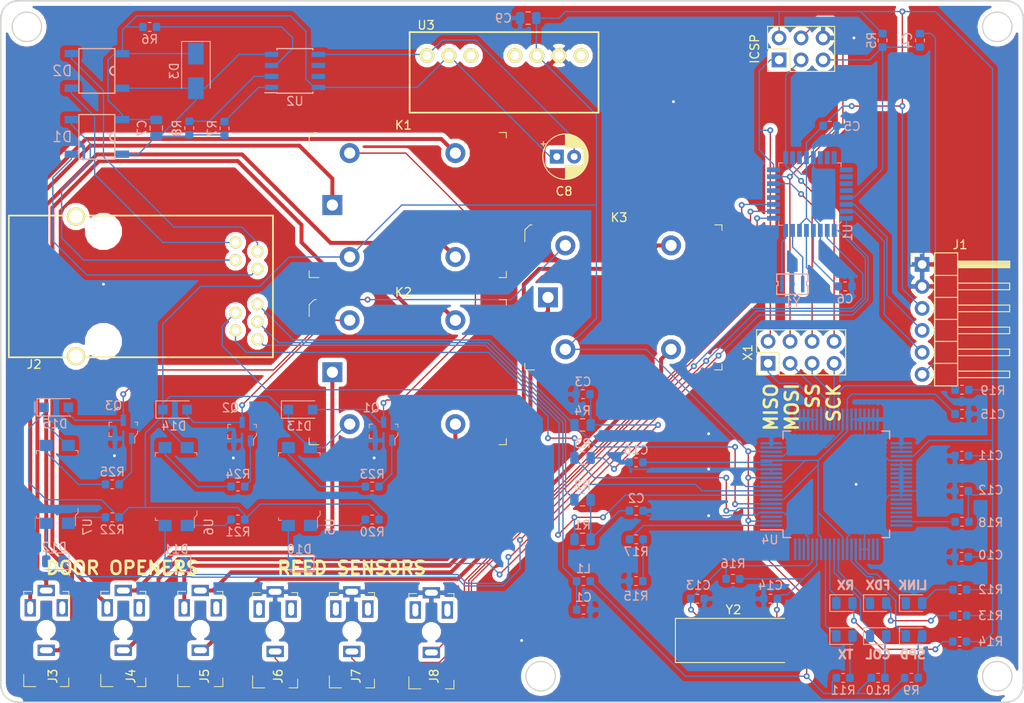
<source format=kicad_pcb>
(kicad_pcb (version 20171130) (host pcbnew "(5.0.2)-1")
  (layers (0 F.Cu signal) (31 B.Cu signal) (34 B.Paste user) (35 F.Paste user) (36 B.SilkS user) (37 F.SilkS user) (38 B.Mask user) (39 F.Mask user) (44 Edge.Cuts user))
  (net 0 "")
  (net 1 GND)
  (net 2 "Net-(J3-Pad4)")
  (net 3 "Net-(J3-Pad3)")
  (net 4 "Net-(J3-Pad2)")
  (net 5 "Net-(J3-Pad1)")
  (net 6 "Net-(J4-Pad1)")
  (net 7 "Net-(J4-Pad2)")
  (net 8 "Net-(J4-Pad3)")
  (net 9 "Net-(J4-Pad4)")
  (net 10 "Net-(J5-Pad1)")
  (net 11 "Net-(J5-Pad2)")
  (net 12 "Net-(J5-Pad3)")
  (net 13 "Net-(J5-Pad4)")
  (net 14 +3V3)
  (net 15 "Net-(D13-Pad2)")
  (net 16 "Net-(Q1-Pad1)")
  (net 17 "Net-(Q2-Pad1)")
  (net 18 "Net-(D14-Pad2)")
  (net 19 "Net-(D15-Pad2)")
  (net 20 "Net-(Q3-Pad1)")
  (net 21 D2RELAY)
  (net 22 D3RELAY)
  (net 23 "Net-(U1-Pad7)")
  (net 24 "Net-(U1-Pad8)")
  (net 25 "Net-(U1-Pad12)")
  (net 26 "Net-(U1-Pad13)")
  (net 27 SS)
  (net 28 MOSI)
  (net 29 MISO)
  (net 30 SCK)
  (net 31 "Net-(U1-Pad19)")
  (net 32 "Net-(U1-Pad22)")
  (net 33 "Net-(U1-Pad23)")
  (net 34 "Net-(U1-Pad24)")
  (net 35 "Net-(U1-Pad25)")
  (net 36 "Net-(U1-Pad26)")
  (net 37 "Net-(U1-Pad27)")
  (net 38 "Net-(U1-Pad28)")
  (net 39 RST)
  (net 40 RXI)
  (net 41 TXO)
  (net 42 D1RELAY)
  (net 43 "Net-(R20-Pad1)")
  (net 44 "Net-(D10-Pad2)")
  (net 45 "Net-(R23-Pad2)")
  (net 46 "Net-(R24-Pad2)")
  (net 47 "Net-(D11-Pad2)")
  (net 48 "Net-(R21-Pad1)")
  (net 49 "Net-(R22-Pad1)")
  (net 50 "Net-(D12-Pad2)")
  (net 51 "Net-(R25-Pad2)")
  (net 52 "Net-(C1-Pad2)")
  (net 53 "Net-(C2-Pad2)")
  (net 54 "Net-(C3-Pad2)")
  (net 55 DTR)
  (net 56 "Net-(C7-Pad1)")
  (net 57 "Net-(C7-Pad2)")
  (net 58 "Net-(C8-Pad2)")
  (net 59 "Net-(C13-Pad1)")
  (net 60 "Net-(C14-Pad1)")
  (net 61 "Net-(C15-Pad1)")
  (net 62 "Net-(D4-Pad2)")
  (net 63 "Net-(D4-Pad1)")
  (net 64 "Net-(D5-Pad1)")
  (net 65 "Net-(D5-Pad2)")
  (net 66 "Net-(D6-Pad2)")
  (net 67 "Net-(D6-Pad1)")
  (net 68 "Net-(D7-Pad1)")
  (net 69 "Net-(D7-Pad2)")
  (net 70 "Net-(D8-Pad2)")
  (net 71 "Net-(D8-Pad1)")
  (net 72 "Net-(D9-Pad1)")
  (net 73 "Net-(D9-Pad2)")
  (net 74 "Net-(J6-Pad1)")
  (net 75 "Net-(J6-Pad2)")
  (net 76 "Net-(J6-Pad3)")
  (net 77 "Net-(J7-Pad3)")
  (net 78 "Net-(J7-Pad2)")
  (net 79 "Net-(J7-Pad1)")
  (net 80 "Net-(J8-Pad1)")
  (net 81 "Net-(J8-Pad2)")
  (net 82 "Net-(J8-Pad3)")
  (net 83 /W5100_Ethernet_Interface/TD+)
  (net 84 /W5100_Ethernet_Interface/TD-)
  (net 85 /W5100_Ethernet_Interface/RD+)
  (net 86 /W5100_Ethernet_Interface/RD-)
  (net 87 "Net-(R6-Pad2)")
  (net 88 "Net-(R7-Pad1)")
  (net 89 "Net-(R8-Pad1)")
  (net 90 "Net-(R15-Pad1)")
  (net 91 "Net-(R17-Pad1)")
  (net 92 "Net-(R18-Pad1)")
  (net 93 "Net-(R19-Pad2)")
  (net 94 "Net-(U4-Pad27)")
  (net 95 "Net-(U4-Pad28)")
  (net 96 "Net-(U4-Pad29)")
  (net 97 "Net-(U4-Pad30)")
  (net 98 "Net-(U2-Pad6)")
  (net 99 "Net-(U2-Pad7)")
  (net 100 "Net-(U4-Pad3)")
  (net 101 "Net-(U4-Pad55)")
  (net 102 "Net-(U4-Pad56)")
  (net 103 "Net-(U4-Pad57)")
  (net 104 "Net-(U4-Pad58)")
  (net 105 "Net-(U4-Pad60)")
  (net 106 "Net-(U4-Pad61)")
  (net 107 "Net-(U4-Pad62)")
  (net 108 "Net-(U4-Pad78)")
  (net 109 "Net-(U4-Pad79)")
  (net 110 "Net-(U4-Pad80)")
  (net 111 /PoE_PD_Interface/VC12)
  (net 112 /PoE_PD_Interface/VC36)
  (net 113 /PoE_PD_Interface/VC45)
  (net 114 /PoE_PD_Interface/VC78)
  (net 115 "Net-(U3-Pad3)")
  (net 116 "Net-(U3-Pad5)")
  (net 117 "Net-(U3-Pad8)")
  (module tyler_components:0813-1X1T-57-F_RJ45-Jack (layer F.Cu) (at 130.842 73.98 90)
    (fp_text reference J2 (at -9 -8 180) (layer F.SilkS))
    (fp_text value 0813-1X1T-57-F)
    (pad "" np_thru_hole circle (at -6.35 0 90) (size 3.25 3.25) (drill 3.25) (layers *.Cu *.Mask F.SilkS))
    (pad "" np_thru_hole circle (at 6.35 0 90) (size 3.25 3.25) (drill 3.25) (layers *.Cu *.Mask F.SilkS))
    (pad "" thru_hole circle (at 8.065 -3.17 90) (size 2.1 2.1) (drill 1.57) (layers *.Cu *.Mask F.SilkS))
    (pad "" thru_hole circle (at -8.065 -3.17 90) (size 2.1 2.1) (drill 1.57) (layers *.Cu *.Mask F.SilkS))
    (pad 1 thru_hole circle (at -5.08 15.24 90) (size 1.4 1.4) (drill 0.89) (layers *.Cu *.Mask F.SilkS) (net 83 /W5100_Ethernet_Interface/TD+))
    (pad 2 thru_hole circle (at -3.05 15.24 90) (size 1.4 1.4) (drill 0.89) (layers *.Cu *.Mask F.SilkS) (net 85 /W5100_Ethernet_Interface/RD+))
    (pad 5 thru_hole circle (at 3.04 15.24 90) (size 1.4 1.4) (drill 0.89) (layers *.Cu *.Mask F.SilkS) (net 111 /PoE_PD_Interface/VC12))
    (pad 6 thru_hole circle (at 5.07 15.24 90) (size 1.4 1.4) (drill 0.89) (layers *.Cu *.Mask F.SilkS) (net 113 /PoE_PD_Interface/VC45))
    (pad 7 thru_hole circle (at -6.1 17.78 90) (size 1.4 1.4) (drill 0.89) (layers *.Cu *.Mask F.SilkS) (net 52 "Net-(C1-Pad2)"))
    (pad 8 thru_hole circle (at -4.07 17.78 90) (size 1.4 1.4) (drill 0.89) (layers *.Cu *.Mask F.SilkS) (net 84 /W5100_Ethernet_Interface/TD-))
    (pad 9 thru_hole circle (at -2.04 17.78 90) (size 1.4 1.4) (drill 0.89) (layers *.Cu *.Mask F.SilkS) (net 86 /W5100_Ethernet_Interface/RD-))
    (pad 10 thru_hole circle (at 2.02 17.78 90) (size 1.4 1.4) (drill 0.89) (layers *.Cu *.Mask F.SilkS) (net 112 /PoE_PD_Interface/VC36))
    (pad 11 thru_hole circle (at 4.05 17.78 90) (size 1.4 1.4) (drill 0.89) (layers *.Cu *.Mask F.SilkS) (net 114 /PoE_PD_Interface/VC78))
  )
  (module digikey-footprints:Relay_THT_G5LE-14 (layer F.Cu) (at 157.258 83.886)
    (fp_text reference K2 (at 8.2 -9.225) (layer F.SilkS))
    (fp_text value G5LE-14_DC3)
    (pad 4 thru_hole circle (at 14.2 -6) (size 2.3 2.3) (drill 1.3) (layers *.Cu *.Mask) (net 8 "Net-(J4-Pad3)"))
    (pad 3 thru_hole circle (at 14.2 6) (size 2.3 2.3) (drill 1.3) (layers *.Cu *.Mask) (net 6 "Net-(J4-Pad1)"))
    (pad 5 thru_hole circle (at 2 -6) (size 2.3 2.3) (drill 1.3) (layers *.Cu *.Mask) (net 18 "Net-(D14-Pad2)"))
    (pad 2 thru_hole circle (at 2 6) (size 2.3 2.3) (drill 1.3) (layers *.Cu *.Mask) (net 14 +3V3))
    (pad 1 thru_hole rect (at 0 0) (size 2.3 2.3) (drill 1.3) (layers *.Cu *.Mask) (net 9 "Net-(J4-Pad4)"))
  )
  (module tyler_components:QFP-80_12x12_Pitch0.5mm_2.5mmpads (layer B.Cu) (at 215.424 96.84)
    (fp_text reference U4 (at -7.674 6.41) (layer B.SilkS) (effects (justify mirror)))
    (fp_text value W5100)
    (pad 1 smd rect (at -7.5 4.75 270) (size 0.28 2.5) (layers B.Cu B.Paste B.Mask) (net 91 "Net-(R17-Pad1)"))
    (pad 2 smd rect (at -7.5 4.25 270) (size 0.28 2.5) (layers B.Cu B.Paste B.Mask) (net 14 +3V3))
    (pad 3 smd rect (at -7.5 3.75 270) (size 0.28 2.5) (layers B.Cu B.Paste B.Mask) (net 100 "Net-(U4-Pad3)"))
    (pad 4 smd rect (at -7.5 3.25 270) (size 0.28 2.5) (layers B.Cu B.Paste B.Mask) (net 1 GND))
    (pad 5 smd rect (at -7.5 2.75 270) (size 0.28 2.5) (layers B.Cu B.Paste B.Mask) (net 85 /W5100_Ethernet_Interface/RD+))
    (pad 6 smd rect (at -7.5 2.25 270) (size 0.28 2.5) (layers B.Cu B.Paste B.Mask) (net 86 /W5100_Ethernet_Interface/RD-))
    (pad 7 smd rect (at -7.5 1.75 270) (size 0.28 2.5) (layers B.Cu B.Paste B.Mask) (net 61 "Net-(C15-Pad1)"))
    (pad 8 smd rect (at -7.5 1.25 270) (size 0.28 2.5) (layers B.Cu B.Paste B.Mask) (net 83 /W5100_Ethernet_Interface/TD+))
    (pad 9 smd rect (at -7.5 0.75 270) (size 0.28 2.5) (layers B.Cu B.Paste B.Mask) (net 84 /W5100_Ethernet_Interface/TD-))
    (pad 10 smd rect (at -7.5 0.25 270) (size 0.28 2.5) (layers B.Cu B.Paste B.Mask) (net 1 GND))
    (pad 11 smd rect (at -7.5 -0.25 270) (size 0.28 2.5) (layers B.Cu B.Paste B.Mask) (net 61 "Net-(C15-Pad1)"))
    (pad 12 smd rect (at -7.5 -0.75 270) (size 0.28 2.5) (layers B.Cu B.Paste B.Mask) (net 14 +3V3))
    (pad 13 smd rect (at -7.5 -1.25 270) (size 0.28 2.5) (layers B.Cu B.Paste B.Mask) (net 1 GND))
    (pad 14 smd rect (at -7.5 -1.75 270) (size 0.28 2.5) (layers B.Cu B.Paste B.Mask) (net 1 GND))
    (pad 15 smd rect (at -7.5 -2.25 270) (size 0.28 2.5) (layers B.Cu B.Paste B.Mask) (net 61 "Net-(C15-Pad1)"))
    (pad 16 smd rect (at -7.5 -2.75 270) (size 0.28 2.5) (layers B.Cu B.Paste B.Mask) (net 61 "Net-(C15-Pad1)"))
    (pad 17 smd rect (at -7.5 -3.25 270) (size 0.28 2.5) (layers B.Cu B.Paste B.Mask) (net 1 GND))
    (pad 18 smd rect (at -7.5 -3.75 270) (size 0.28 2.5) (layers B.Cu B.Paste B.Mask) (net 14 +3V3))
    (pad 19 smd rect (at -7.5 -4.25 270) (size 0.28 2.5) (layers B.Cu B.Paste B.Mask) (net 1 GND))
    (pad 20 smd rect (at -7.5 -4.75 270) (size 0.28 2.5) (layers B.Cu B.Paste B.Mask) (net 1 GND))
    (pad 21 smd rect (at -4.75 -7.5) (size 0.28 2.5) (layers B.Cu B.Paste B.Mask) (net 1 GND))
    (pad 22 smd rect (at -4.25 -7.5) (size 0.28 2.5) (layers B.Cu B.Paste B.Mask) (net 1 GND))
    (pad 23 smd rect (at -3.75 -7.5) (size 0.28 2.5) (layers B.Cu B.Paste B.Mask) (net 1 GND))
    (pad 24 smd rect (at -3.25 -7.5) (size 0.28 2.5) (layers B.Cu B.Paste B.Mask) (net 1 GND))
    (pad 25 smd rect (at -2.75 -7.5) (size 0.28 2.5) (layers B.Cu B.Paste B.Mask) (net 1 GND))
    (pad 26 smd rect (at -2.25 -7.5) (size 0.28 2.5) (layers B.Cu B.Paste B.Mask) (net 1 GND))
    (pad 27 smd rect (at -1.75 -7.5) (size 0.28 2.5) (layers B.Cu B.Paste B.Mask) (net 94 "Net-(U4-Pad27)"))
    (pad 28 smd rect (at -1.25 -7.5) (size 0.28 2.5) (layers B.Cu B.Paste B.Mask) (net 95 "Net-(U4-Pad28)"))
    (pad 29 smd rect (at -0.75 -7.5) (size 0.28 2.5) (layers B.Cu B.Paste B.Mask) (net 96 "Net-(U4-Pad29)"))
    (pad 30 smd rect (at -0.25 -7.5) (size 0.28 2.5) (layers B.Cu B.Paste B.Mask) (net 97 "Net-(U4-Pad30)"))
    (pad 31 smd rect (at 0.25 -7.5) (size 0.28 2.5) (layers B.Cu B.Paste B.Mask) (net 93 "Net-(R19-Pad2)"))
    (pad 32 smd rect (at 0.75 -7.5) (size 0.28 2.5) (layers B.Cu B.Paste B.Mask) (net 1 GND))
    (pad 33 smd rect (at 1.25 -7.5) (size 0.28 2.5) (layers B.Cu B.Paste B.Mask) (net 61 "Net-(C15-Pad1)"))
    (pad 34 smd rect (at 1.75 -7.5) (size 0.28 2.5) (layers B.Cu B.Paste B.Mask) (net 1 GND))
    (pad 35 smd rect (at 2.25 -7.5) (size 0.28 2.5) (layers B.Cu B.Paste B.Mask) (net 1 GND))
    (pad 36 smd rect (at 2.75 -7.5) (size 0.28 2.5) (layers B.Cu B.Paste B.Mask) (net 1 GND))
    (pad 37 smd rect (at 3.25 -7.5) (size 0.28 2.5) (layers B.Cu B.Paste B.Mask) (net 1 GND))
    (pad 38 smd rect (at 3.75 -7.5) (size 0.28 2.5) (layers B.Cu B.Paste B.Mask) (net 1 GND))
    (pad 39 smd rect (at 4.25 -7.5) (size 0.28 2.5) (layers B.Cu B.Paste B.Mask) (net 1 GND))
    (pad 40 smd rect (at 4.75 -7.5) (size 0.28 2.5) (layers B.Cu B.Paste B.Mask) (net 1 GND))
    (pad 41 smd rect (at 7.5 -4.75 270) (size 0.28 2.5) (layers B.Cu B.Paste B.Mask) (net 1 GND))
    (pad 42 smd rect (at 7.5 -4.25 270) (size 0.28 2.5) (layers B.Cu B.Paste B.Mask) (net 1 GND))
    (pad 43 smd rect (at 7.5 -3.75 270) (size 0.28 2.5) (layers B.Cu B.Paste B.Mask) (net 1 GND))
    (pad 44 smd rect (at 7.5 -3.25 270) (size 0.28 2.5) (layers B.Cu B.Paste B.Mask) (net 14 +3V3))
    (pad 45 smd rect (at 7.5 -2.75 270) (size 0.28 2.5) (layers B.Cu B.Paste B.Mask) (net 1 GND))
    (pad 46 smd rect (at 7.5 -2.25 270) (size 0.28 2.5) (layers B.Cu B.Paste B.Mask) (net 1 GND))
    (pad 47 smd rect (at 7.5 -1.75 270) (size 0.28 2.5) (layers B.Cu B.Paste B.Mask) (net 1 GND))
    (pad 48 smd rect (at 7.5 -1.25 270) (size 0.28 2.5) (layers B.Cu B.Paste B.Mask) (net 1 GND))
    (pad 49 smd rect (at 7.5 -0.75 270) (size 0.28 2.5) (layers B.Cu B.Paste B.Mask) (net 1 GND))
    (pad 50 smd rect (at 7.5 -0.25 270) (size 0.28 2.5) (layers B.Cu B.Paste B.Mask) (net 1 GND))
    (pad 51 smd rect (at 7.5 0.25 270) (size 0.28 2.5) (layers B.Cu B.Paste B.Mask) (net 1 GND))
    (pad 52 smd rect (at 7.5 0.75 270) (size 0.28 2.5) (layers B.Cu B.Paste B.Mask) (net 1 GND))
    (pad 53 smd rect (at 7.5 1.25 270) (size 0.28 2.5) (layers B.Cu B.Paste B.Mask) (net 1 GND))
    (pad 54 smd rect (at 7.5 1.75 270) (size 0.28 2.5) (layers B.Cu B.Paste B.Mask) (net 1 GND))
    (pad 55 smd rect (at 7.5 2.25 270) (size 0.28 2.5) (layers B.Cu B.Paste B.Mask) (net 101 "Net-(U4-Pad55)"))
    (pad 56 smd rect (at 7.5 2.75 270) (size 0.28 2.5) (layers B.Cu B.Paste B.Mask) (net 102 "Net-(U4-Pad56)"))
    (pad 57 smd rect (at 7.5 3.25 270) (size 0.28 2.5) (layers B.Cu B.Paste B.Mask) (net 103 "Net-(U4-Pad57)"))
    (pad 58 smd rect (at 7.5 3.75 270) (size 0.28 2.5) (layers B.Cu B.Paste B.Mask) (net 104 "Net-(U4-Pad58)"))
    (pad 59 smd rect (at 7.5 4.25 270) (size 0.28 2.5) (layers B.Cu B.Paste B.Mask) (net 92 "Net-(R18-Pad1)"))
    (pad 60 smd rect (at 7.5 4.75 270) (size 0.28 2.5) (layers B.Cu B.Paste B.Mask) (net 105 "Net-(U4-Pad60)"))
    (pad 61 smd rect (at 4.75 7.5) (size 0.28 2.5) (layers B.Cu B.Paste B.Mask) (net 106 "Net-(U4-Pad61)"))
    (pad 62 smd rect (at 4.25 7.5) (size 0.28 2.5) (layers B.Cu B.Paste B.Mask) (net 107 "Net-(U4-Pad62)"))
    (pad 63 smd rect (at 3.75 7.5) (size 0.28 2.5) (layers B.Cu B.Paste B.Mask) (net 1 GND))
    (pad 64 smd rect (at 3.25 7.5) (size 0.28 2.5) (layers B.Cu B.Paste B.Mask) (net 1 GND))
    (pad 65 smd rect (at 2.75 7.5) (size 0.28 2.5) (layers B.Cu B.Paste B.Mask) (net 1 GND))
    (pad 66 smd rect (at 2.25 7.5) (size 0.28 2.5) (layers B.Cu B.Paste B.Mask) (net 68 "Net-(D7-Pad1)"))
    (pad 67 smd rect (at 1.75 7.5) (size 0.28 2.5) (layers B.Cu B.Paste B.Mask) (net 63 "Net-(D4-Pad1)"))
    (pad 68 smd rect (at 1.25 7.5) (size 0.28 2.5) (layers B.Cu B.Paste B.Mask) (net 1 GND))
    (pad 69 smd rect (at 0.75 7.5) (size 0.28 2.5) (layers B.Cu B.Paste B.Mask) (net 61 "Net-(C15-Pad1)"))
    (pad 70 smd rect (at 0.25 7.5) (size 0.28 2.5) (layers B.Cu B.Paste B.Mask) (net 71 "Net-(D8-Pad1)"))
    (pad 71 smd rect (at -0.25 7.5) (size 0.28 2.5) (layers B.Cu B.Paste B.Mask) (net 64 "Net-(D5-Pad1)"))
    (pad 72 smd rect (at -0.75 7.5) (size 0.28 2.5) (layers B.Cu B.Paste B.Mask) (net 72 "Net-(D9-Pad1)"))
    (pad 73 smd rect (at -1.25 7.5) (size 0.28 2.5) (layers B.Cu B.Paste B.Mask) (net 67 "Net-(D6-Pad1)"))
    (pad 74 smd rect (at -1.75 7.5) (size 0.28 2.5) (layers B.Cu B.Paste B.Mask) (net 61 "Net-(C15-Pad1)"))
    (pad 75 smd rect (at -2.25 7.5) (size 0.28 2.5) (layers B.Cu B.Paste B.Mask) (net 60 "Net-(C14-Pad1)"))
    (pad 76 smd rect (at -2.75 7.5) (size 0.28 2.5) (layers B.Cu B.Paste B.Mask) (net 59 "Net-(C13-Pad1)"))
    (pad 77 smd rect (at -3.25 7.5) (size 0.28 2.5) (layers B.Cu B.Paste B.Mask) (net 1 GND))
    (pad 78 smd rect (at -3.75 7.5) (size 0.28 2.5) (layers B.Cu B.Paste B.Mask) (net 108 "Net-(U4-Pad78)"))
    (pad 79 smd rect (at -4.25 7.5) (size 0.28 2.5) (layers B.Cu B.Paste B.Mask) (net 109 "Net-(U4-Pad79)"))
    (pad 80 smd rect (at -4.75 7.5) (size 0.28 2.5) (layers B.Cu B.Paste B.Mask) (net 110 "Net-(U4-Pad80)"))
  )
  (module Connector_PinHeader_2.54mm:PinHeader_1x06_P2.54mm_Horizontal (layer F.Cu) (at 225.33 71.44)
    (fp_text reference J1 (at 4.385 -2.27) (layer F.SilkS))
    (fp_text value "Serial Interface")
    (pad 1 thru_hole rect (at 0 0) (size 1.7 1.7) (drill 1) (layers *.Cu *.Mask) (net 1 GND))
    (pad 2 thru_hole oval (at 0 2.54) (size 1.7 1.7) (drill 1) (layers *.Cu *.Mask) (net 1 GND))
    (pad 3 thru_hole oval (at 0 5.08) (size 1.7 1.7) (drill 1) (layers *.Cu *.Mask) (net 14 +3V3))
    (pad 4 thru_hole oval (at 0 7.62) (size 1.7 1.7) (drill 1) (layers *.Cu *.Mask) (net 40 RXI))
    (pad 5 thru_hole oval (at 0 10.16) (size 1.7 1.7) (drill 1) (layers *.Cu *.Mask) (net 41 TXO))
    (pad 6 thru_hole oval (at 0 12.7) (size 1.7 1.7) (drill 1) (layers *.Cu *.Mask) (net 55 DTR))
  )
  (module digikey-footprints:Relay_THT_G5LE-14 (layer F.Cu) (at 157.258 64.582)
    (fp_text reference K1 (at 8.2 -9.225) (layer F.SilkS))
    (fp_text value G5LE-14_DC3)
    (pad 1 thru_hole rect (at 0 0) (size 2.3 2.3) (drill 1.3) (layers *.Cu *.Mask) (net 2 "Net-(J3-Pad4)"))
    (pad 2 thru_hole circle (at 2 6) (size 2.3 2.3) (drill 1.3) (layers *.Cu *.Mask) (net 14 +3V3))
    (pad 5 thru_hole circle (at 2 -6) (size 2.3 2.3) (drill 1.3) (layers *.Cu *.Mask) (net 15 "Net-(D13-Pad2)"))
    (pad 3 thru_hole circle (at 14.2 6) (size 2.3 2.3) (drill 1.3) (layers *.Cu *.Mask) (net 5 "Net-(J3-Pad1)"))
    (pad 4 thru_hole circle (at 14.2 -6) (size 2.3 2.3) (drill 1.3) (layers *.Cu *.Mask) (net 3 "Net-(J3-Pad3)"))
  )
  (module digikey-footprints:Headphone_Jack_2.5mm_SJ1-2503A (layer F.Cu) (at 124.238 113.604 90)
    (fp_text reference J3 (at -5.396 0.762 90) (layer F.SilkS))
    (fp_text value SJ1-2503A)
    (pad "" np_thru_hole circle (at 0 0 90) (size 1.2 1.2) (drill 1.2) (layers *.Cu *.Mask))
    (pad 4 thru_hole rect (at 4.5 0 90) (size 1.3 2) (drill oval 0.7 1.5) (layers *.Cu *.Mask) (net 2 "Net-(J3-Pad4)"))
    (pad 3 thru_hole rect (at 2.5 -1.85 90) (size 2 1.3) (drill oval 1.5 0.7) (layers *.Cu *.Mask) (net 3 "Net-(J3-Pad3)"))
    (pad 2 thru_hole rect (at 2.5 1.85 90) (size 2 1.3) (drill oval 1.5 0.7) (layers *.Cu *.Mask) (net 4 "Net-(J3-Pad2)"))
    (pad 1 thru_hole rect (at -2.4 0 90) (size 1.3 2) (drill oval 0.7 1.5) (layers *.Cu *.Mask) (net 5 "Net-(J3-Pad1)"))
  )
  (module digikey-footprints:Headphone_Jack_2.5mm_SJ1-2503A (layer F.Cu) (at 133.128 113.604 90)
    (fp_text reference J4 (at -5.396 0.872 90) (layer F.SilkS))
    (fp_text value SJ1-2503A)
    (pad 1 thru_hole rect (at -2.4 0 90) (size 1.3 2) (drill oval 0.7 1.5) (layers *.Cu *.Mask) (net 6 "Net-(J4-Pad1)"))
    (pad 2 thru_hole rect (at 2.5 1.85 90) (size 2 1.3) (drill oval 1.5 0.7) (layers *.Cu *.Mask) (net 7 "Net-(J4-Pad2)"))
    (pad 3 thru_hole rect (at 2.5 -1.85 90) (size 2 1.3) (drill oval 1.5 0.7) (layers *.Cu *.Mask) (net 8 "Net-(J4-Pad3)"))
    (pad 4 thru_hole rect (at 4.5 0 90) (size 1.3 2) (drill oval 0.7 1.5) (layers *.Cu *.Mask) (net 9 "Net-(J4-Pad4)"))
    (pad "" np_thru_hole circle (at 0 0 90) (size 1.2 1.2) (drill 1.2) (layers *.Cu *.Mask))
  )
  (module digikey-footprints:Headphone_Jack_2.5mm_SJ1-2503A (layer F.Cu) (at 142.018 113.604 90)
    (fp_text reference J5 (at -5.396 0.482 90) (layer F.SilkS))
    (fp_text value SJ1-2503A)
    (pad 1 thru_hole rect (at -2.4 0 90) (size 1.3 2) (drill oval 0.7 1.5) (layers *.Cu *.Mask) (net 10 "Net-(J5-Pad1)"))
    (pad 2 thru_hole rect (at 2.5 1.85 90) (size 2 1.3) (drill oval 1.5 0.7) (layers *.Cu *.Mask) (net 11 "Net-(J5-Pad2)"))
    (pad 3 thru_hole rect (at 2.5 -1.85 90) (size 2 1.3) (drill oval 1.5 0.7) (layers *.Cu *.Mask) (net 12 "Net-(J5-Pad3)"))
    (pad 4 thru_hole rect (at 4.5 0 90) (size 1.3 2) (drill oval 0.7 1.5) (layers *.Cu *.Mask) (net 13 "Net-(J5-Pad4)"))
    (pad "" np_thru_hole circle (at 0 0 90) (size 1.2 1.2) (drill 1.2) (layers *.Cu *.Mask))
  )
  (module digikey-footprints:Relay_THT_G5LE-14 (layer F.Cu) (at 182.15 75.25)
    (fp_text reference K3 (at 8.2 -9.225) (layer F.SilkS))
    (fp_text value G5LE-14_DC3)
    (pad 1 thru_hole rect (at 0 0) (size 2.3 2.3) (drill 1.3) (layers *.Cu *.Mask) (net 13 "Net-(J5-Pad4)"))
    (pad 2 thru_hole circle (at 2 6) (size 2.3 2.3) (drill 1.3) (layers *.Cu *.Mask) (net 14 +3V3))
    (pad 5 thru_hole circle (at 2 -6) (size 2.3 2.3) (drill 1.3) (layers *.Cu *.Mask) (net 19 "Net-(D15-Pad2)"))
    (pad 3 thru_hole circle (at 14.2 6) (size 2.3 2.3) (drill 1.3) (layers *.Cu *.Mask) (net 10 "Net-(J5-Pad1)"))
    (pad 4 thru_hole circle (at 14.2 -6) (size 2.3 2.3) (drill 1.3) (layers *.Cu *.Mask) (net 12 "Net-(J5-Pad3)"))
  )
  (module digikey-footprints:SOT-23-3 (layer B.Cu) (at 163.166 90.71 90)
    (fp_text reference Q1 (at 2.71 -1.416) (layer B.SilkS) (effects (justify mirror)))
    (fp_text value BC846B_215)
    (pad 3 smd rect (at 1.05 0 90) (size 1.3 0.6) (layers B.Cu B.Paste B.Mask) (net 15 "Net-(D13-Pad2)"))
    (pad 2 smd rect (at -1.05 -0.95 90) (size 1.3 0.6) (layers B.Cu B.Paste B.Mask) (net 1 GND))
    (pad 1 smd rect (at -1.05 0.95 90) (size 1.3 0.6) (layers B.Cu B.Paste B.Mask) (net 16 "Net-(Q1-Pad1)"))
  )
  (module digikey-footprints:SOT-23-3 (layer B.Cu) (at 146.844 90.744 90)
    (fp_text reference Q2 (at 2.744 -1.344 180) (layer B.SilkS) (effects (justify mirror)))
    (fp_text value BC846B_215)
    (pad 1 smd rect (at -1.05 0.95 90) (size 1.3 0.6) (layers B.Cu B.Paste B.Mask) (net 17 "Net-(Q2-Pad1)"))
    (pad 2 smd rect (at -1.05 -0.95 90) (size 1.3 0.6) (layers B.Cu B.Paste B.Mask) (net 1 GND))
    (pad 3 smd rect (at 1.05 0 90) (size 1.3 0.6) (layers B.Cu B.Paste B.Mask) (net 18 "Net-(D14-Pad2)"))
  )
  (module digikey-footprints:SOT-23-3 (layer B.Cu) (at 133.128 90.49 90)
    (fp_text reference Q3 (at 2.74 -1.128 180) (layer B.SilkS) (effects (justify mirror)))
    (fp_text value BC846B_215)
    (pad 3 smd rect (at 1.05 0 90) (size 1.3 0.6) (layers B.Cu B.Paste B.Mask) (net 19 "Net-(D15-Pad2)"))
    (pad 2 smd rect (at -1.05 -0.95 90) (size 1.3 0.6) (layers B.Cu B.Paste B.Mask) (net 1 GND))
    (pad 1 smd rect (at -1.05 0.95 90) (size 1.3 0.6) (layers B.Cu B.Paste B.Mask) (net 20 "Net-(Q3-Pad1)"))
  )
  (module digikey-footprints:TQFP-32_7x7mm (layer B.Cu) (at 212.376 63.312 90)
    (fp_text reference U1 (at -4.438 4.374 90) (layer B.SilkS) (effects (justify mirror)))
    (fp_text value ATMEGA328P-AU)
    (pad 9 smd rect (at -2.8 -4.2 90) (size 0.55 1.5) (layers B.Cu B.Paste B.Mask) (net 74 "Net-(J6-Pad1)"))
    (pad 1 smd rect (at -4.2 2.8 90) (size 1.5 0.55) (layers B.Cu B.Paste B.Mask) (net 21 D2RELAY))
    (pad 2 smd rect (at -4.2 2 90) (size 1.5 0.55) (layers B.Cu B.Paste B.Mask) (net 22 D3RELAY))
    (pad 3 smd rect (at -4.2 1.2 90) (size 1.5 0.55) (layers B.Cu B.Paste B.Mask) (net 1 GND))
    (pad 4 smd rect (at -4.2 0.4 90) (size 1.5 0.55) (layers B.Cu B.Paste B.Mask) (net 14 +3V3))
    (pad 5 smd rect (at -4.2 -0.4 90) (size 1.5 0.55) (layers B.Cu B.Paste B.Mask) (net 1 GND))
    (pad 6 smd rect (at -4.2 -1.2 90) (size 1.5 0.55) (layers B.Cu B.Paste B.Mask) (net 14 +3V3))
    (pad 7 smd rect (at -4.2 -2 90) (size 1.5 0.55) (layers B.Cu B.Paste B.Mask) (net 23 "Net-(U1-Pad7)"))
    (pad 8 smd rect (at -4.2 -2.8 90) (size 1.5 0.55) (layers B.Cu B.Paste B.Mask) (net 24 "Net-(U1-Pad8)"))
    (pad 10 smd rect (at -2 -4.2 90) (size 0.55 1.5) (layers B.Cu B.Paste B.Mask) (net 79 "Net-(J7-Pad1)"))
    (pad 11 smd rect (at -1.2 -4.2 90) (size 0.55 1.5) (layers B.Cu B.Paste B.Mask) (net 80 "Net-(J8-Pad1)"))
    (pad 12 smd rect (at -0.4 -4.2 90) (size 0.55 1.5) (layers B.Cu B.Paste B.Mask) (net 25 "Net-(U1-Pad12)"))
    (pad 13 smd rect (at 0.4 -4.2 90) (size 0.55 1.5) (layers B.Cu B.Paste B.Mask) (net 26 "Net-(U1-Pad13)"))
    (pad 14 smd rect (at 1.2 -4.2 90) (size 0.55 1.5) (layers B.Cu B.Paste B.Mask) (net 27 SS))
    (pad 15 smd rect (at 2 -4.2 90) (size 0.55 1.5) (layers B.Cu B.Paste B.Mask) (net 28 MOSI))
    (pad 16 smd rect (at 2.8 -4.2 90) (size 0.55 1.5) (layers B.Cu B.Paste B.Mask) (net 29 MISO))
    (pad 17 smd rect (at 4.2 -2.8 90) (size 1.5 0.55) (layers B.Cu B.Paste B.Mask) (net 30 SCK))
    (pad 18 smd rect (at 4.2 -2 90) (size 1.5 0.55) (layers B.Cu B.Paste B.Mask) (net 14 +3V3))
    (pad 19 smd rect (at 4.2 -1.2 90) (size 1.5 0.55) (layers B.Cu B.Paste B.Mask) (net 31 "Net-(U1-Pad19)"))
    (pad 20 smd rect (at 4.2 -0.4 90) (size 1.5 0.55) (layers B.Cu B.Paste B.Mask) (net 14 +3V3))
    (pad 21 smd rect (at 4.2 0.4 90) (size 1.5 0.55) (layers B.Cu B.Paste B.Mask) (net 1 GND))
    (pad 22 smd rect (at 4.2 1.2 90) (size 1.5 0.55) (layers B.Cu B.Paste B.Mask) (net 32 "Net-(U1-Pad22)"))
    (pad 23 smd rect (at 4.2 2 90) (size 1.5 0.55) (layers B.Cu B.Paste B.Mask) (net 33 "Net-(U1-Pad23)"))
    (pad 24 smd rect (at 4.2 2.8 90) (size 1.5 0.55) (layers B.Cu B.Paste B.Mask) (net 34 "Net-(U1-Pad24)"))
    (pad 25 smd rect (at 2.8 4.2 90) (size 0.55 1.5) (layers B.Cu B.Paste B.Mask) (net 35 "Net-(U1-Pad25)"))
    (pad 26 smd rect (at 2 4.2 90) (size 0.55 1.5) (layers B.Cu B.Paste B.Mask) (net 36 "Net-(U1-Pad26)"))
    (pad 27 smd rect (at 1.2 4.2 90) (size 0.55 1.5) (layers B.Cu B.Paste B.Mask) (net 37 "Net-(U1-Pad27)"))
    (pad 28 smd rect (at 0.4 4.2 90) (size 0.55 1.5) (layers B.Cu B.Paste B.Mask) (net 38 "Net-(U1-Pad28)"))
    (pad 29 smd rect (at -0.4 4.2 90) (size 0.55 1.5) (layers B.Cu B.Paste B.Mask) (net 39 RST))
    (pad 30 smd rect (at -1.2 4.2 90) (size 0.55 1.5) (layers B.Cu B.Paste B.Mask) (net 40 RXI))
    (pad 31 smd rect (at -2 4.2 90) (size 0.55 1.5) (layers B.Cu B.Paste B.Mask) (net 41 TXO))
    (pad 32 smd rect (at -2.8 4.2 90) (size 0.55 1.5) (layers B.Cu B.Paste B.Mask) (net 42 D1RELAY))
  )
  (module digikey-footprints:SMD-4_4.6x7.62mm_P2.54mm (layer B.Cu) (at 153.448 97.094 90)
    (fp_text reference U5 (at -4.656 3.552 90) (layer B.SilkS) (effects (justify mirror)))
    (fp_text value LTV-817)
    (pad 1 smd rect (at -4.5 1.27 90) (size 1.3 1.5) (layers B.Cu B.Paste B.Mask) (net 43 "Net-(R20-Pad1)"))
    (pad 2 smd rect (at -4.5 -1.27 90) (size 1.3 1.5) (layers B.Cu B.Paste B.Mask) (net 44 "Net-(D10-Pad2)"))
    (pad 3 smd rect (at 4.5 -1.27 90) (size 1.3 1.5) (layers B.Cu B.Paste B.Mask) (net 45 "Net-(R23-Pad2)"))
    (pad 4 smd rect (at 4.5 1.27 90) (size 1.3 1.5) (layers B.Cu B.Paste B.Mask) (net 14 +3V3))
  )
  (module digikey-footprints:SMD-4_4.6x7.62mm_P2.54mm (layer B.Cu) (at 139.224 97.094 90)
    (fp_text reference U6 (at -4.656 3.776 90) (layer B.SilkS) (effects (justify mirror)))
    (fp_text value LTV-817)
    (pad 4 smd rect (at 4.5 1.27 90) (size 1.3 1.5) (layers B.Cu B.Paste B.Mask) (net 14 +3V3))
    (pad 3 smd rect (at 4.5 -1.27 90) (size 1.3 1.5) (layers B.Cu B.Paste B.Mask) (net 46 "Net-(R24-Pad2)"))
    (pad 2 smd rect (at -4.5 -1.27 90) (size 1.3 1.5) (layers B.Cu B.Paste B.Mask) (net 47 "Net-(D11-Pad2)"))
    (pad 1 smd rect (at -4.5 1.27 90) (size 1.3 1.5) (layers B.Cu B.Paste B.Mask) (net 48 "Net-(R21-Pad1)"))
  )
  (module digikey-footprints:SMD-4_4.6x7.62mm_P2.54mm (layer B.Cu) (at 125.508 96.84 90)
    (fp_text reference U7 (at -4.91 3.492 90) (layer B.SilkS) (effects (justify mirror)))
    (fp_text value LTV-817)
    (pad 1 smd rect (at -4.5 1.27 90) (size 1.3 1.5) (layers B.Cu B.Paste B.Mask) (net 49 "Net-(R22-Pad1)"))
    (pad 2 smd rect (at -4.5 -1.27 90) (size 1.3 1.5) (layers B.Cu B.Paste B.Mask) (net 50 "Net-(D12-Pad2)"))
    (pad 3 smd rect (at 4.5 -1.27 90) (size 1.3 1.5) (layers B.Cu B.Paste B.Mask) (net 51 "Net-(R25-Pad2)"))
    (pad 4 smd rect (at 4.5 1.27 90) (size 1.3 1.5) (layers B.Cu B.Paste B.Mask) (net 14 +3V3))
  )
  (module Capacitor_SMD:C_0603_1608Metric (layer B.Cu) (at 186.2395 111.318 180)
    (fp_text reference C1 (at 0 1.43 180) (layer B.SilkS) (effects (justify mirror)))
    (fp_text value 100n)
    (pad 2 smd roundrect (at 0.7875 0 180) (size 0.875 0.95) (layers B.Cu B.Paste B.Mask) (net 52 "Net-(C1-Pad2)"))
    (pad 1 smd roundrect (at -0.7875 0 180) (size 0.875 0.95) (layers B.Cu B.Paste B.Mask) (net 1 GND))
  )
  (module Capacitor_SMD:C_0603_1608Metric (layer B.Cu) (at 192.3355 99.888 180)
    (fp_text reference C2 (at 0 1.43 180) (layer B.SilkS) (effects (justify mirror)))
    (fp_text value 100n)
    (pad 2 smd roundrect (at 0.7875 0 180) (size 0.875 0.95) (layers B.Cu B.Paste B.Mask) (net 53 "Net-(C2-Pad2)"))
    (pad 1 smd roundrect (at -0.7875 0 180) (size 0.875 0.95) (layers B.Cu B.Paste B.Mask) (net 1 GND))
  )
  (module Capacitor_SMD:C_0603_1608Metric (layer B.Cu) (at 186.1885 86.426)
    (fp_text reference C3 (at 0 -1.426) (layer B.SilkS) (effects (justify mirror)))
    (fp_text value 100n)
    (pad 1 smd roundrect (at -0.7875 0) (size 0.875 0.95) (layers B.Cu B.Paste B.Mask) (net 1 GND))
    (pad 2 smd roundrect (at 0.7875 0) (size 0.875 0.95) (layers B.Cu B.Paste B.Mask) (net 54 "Net-(C3-Pad2)"))
  )
  (module Capacitor_SMD:C_0603_1608Metric (layer B.Cu) (at 225.076 45.5575 270)
    (fp_text reference C4 (at 0 1.43 270) (layer B.SilkS) (effects (justify mirror)))
    (fp_text value 100n)
    (pad 2 smd roundrect (at 0.7875 0 270) (size 0.875 0.95) (layers B.Cu B.Paste B.Mask) (net 39 RST))
    (pad 1 smd roundrect (at -0.7875 0 270) (size 0.875 0.95) (layers B.Cu B.Paste B.Mask) (net 55 DTR))
  )
  (module Capacitor_SMD:C_0603_1608Metric (layer B.Cu) (at 214.6875 55.438)
    (fp_text reference C5 (at 2.5625 0.062) (layer B.SilkS) (effects (justify mirror)))
    (fp_text value 100n)
    (pad 2 smd roundrect (at 0.7875 0) (size 0.875 0.95) (layers B.Cu B.Paste B.Mask) (net 1 GND))
    (pad 1 smd roundrect (at -0.7875 0) (size 0.875 0.95) (layers B.Cu B.Paste B.Mask) (net 14 +3V3))
  )
  (module Capacitor_SMD:C_0603_1608Metric (layer B.Cu) (at 216.44 73.98)
    (fp_text reference C6 (at 0 1.43) (layer B.SilkS) (effects (justify mirror)))
    (fp_text value 100n)
    (pad 1 smd roundrect (at -0.7875 0) (size 0.875 0.95) (layers B.Cu B.Paste B.Mask) (net 14 +3V3))
    (pad 2 smd roundrect (at 0.7875 0) (size 0.875 0.95) (layers B.Cu B.Paste B.Mask) (net 1 GND))
  )
  (module Capacitor_SMD:C_0805_2012Metric (layer B.Cu) (at 136.938 55.692 270)
    (fp_text reference C7 (at 0 1.65 270) (layer B.SilkS) (effects (justify mirror)))
    (fp_text value 100n)
    (pad 1 smd roundrect (at -0.9375 0 270) (size 0.975 1.4) (layers B.Cu B.Paste B.Mask) (net 56 "Net-(C7-Pad1)"))
    (pad 2 smd roundrect (at 0.9375 0 270) (size 0.975 1.4) (layers B.Cu B.Paste B.Mask) (net 57 "Net-(C7-Pad2)"))
  )
  (module Capacitor_THT:CP_Radial_D5.0mm_P2.00mm (layer F.Cu) (at 183.166 58.994)
    (fp_text reference C8 (at 0.834 4.006) (layer F.SilkS))
    (fp_text value 22u)
    (pad 1 thru_hole rect (at 0 0) (size 1.6 1.6) (drill 0.8) (layers *.Cu *.Mask) (net 56 "Net-(C7-Pad1)"))
    (pad 2 thru_hole circle (at 2 0) (size 1.6 1.6) (drill 0.8) (layers *.Cu *.Mask) (net 58 "Net-(C8-Pad2)"))
  )
  (module Capacitor_SMD:C_0805_2012Metric (layer B.Cu) (at 179.864 42.992 180)
    (fp_text reference C9 (at 2.864 -0.008 180) (layer B.SilkS) (effects (justify mirror)))
    (fp_text value 10u)
    (pad 2 smd roundrect (at 0.9375 0 180) (size 0.975 1.4) (layers B.Cu B.Paste B.Mask) (net 1 GND))
    (pad 1 smd roundrect (at -0.9375 0 180) (size 0.975 1.4) (layers B.Cu B.Paste B.Mask) (net 14 +3V3))
  )
  (module Capacitor_SMD:C_0603_1608Metric (layer B.Cu) (at 229.8765 105.222 180)
    (fp_text reference C10 (at -3.3735 0.222 180) (layer B.SilkS) (effects (justify mirror)))
    (fp_text value 100n)
    (pad 2 smd roundrect (at 0.7875 0 180) (size 0.875 0.95) (layers B.Cu B.Paste B.Mask) (net 1 GND))
    (pad 1 smd roundrect (at -0.7875 0 180) (size 0.875 0.95) (layers B.Cu B.Paste B.Mask) (net 14 +3V3))
  )
  (module Capacitor_SMD:C_0603_1608Metric (layer B.Cu) (at 229.902 93.538 180)
    (fp_text reference C11 (at -3.348 0.038 180) (layer B.SilkS) (effects (justify mirror)))
    (fp_text value 100n)
    (pad 1 smd roundrect (at -0.7875 0 180) (size 0.875 0.95) (layers B.Cu B.Paste B.Mask) (net 14 +3V3))
    (pad 2 smd roundrect (at 0.7875 0 180) (size 0.875 0.95) (layers B.Cu B.Paste B.Mask) (net 1 GND))
  )
  (module Capacitor_SMD:C_0603_1608Metric (layer B.Cu) (at 229.8765 97.602 180)
    (fp_text reference C12 (at -3.3735 0.102 180) (layer B.SilkS) (effects (justify mirror)))
    (fp_text value 100n)
    (pad 1 smd roundrect (at -0.7875 0 180) (size 0.875 0.95) (layers B.Cu B.Paste B.Mask) (net 14 +3V3))
    (pad 2 smd roundrect (at 0.7875 0 180) (size 0.875 0.95) (layers B.Cu B.Paste B.Mask) (net 1 GND))
  )
  (module Capacitor_SMD:C_0603_1608Metric (layer B.Cu) (at 199.3965 110.048)
    (fp_text reference C13 (at 0.1035 -1.548) (layer B.SilkS) (effects (justify mirror)))
    (fp_text value 18p)
    (pad 2 smd roundrect (at 0.7875 0) (size 0.875 0.95) (layers B.Cu B.Paste B.Mask) (net 1 GND))
    (pad 1 smd roundrect (at -0.7875 0) (size 0.875 0.95) (layers B.Cu B.Paste B.Mask) (net 59 "Net-(C13-Pad1)"))
  )
  (module Capacitor_SMD:C_0603_1608Metric (layer B.Cu) (at 207.8295 110.048 180)
    (fp_text reference C14 (at 0 1.548 180) (layer B.SilkS) (effects (justify mirror)))
    (fp_text value 18p)
    (pad 2 smd roundrect (at 0.7875 0 180) (size 0.875 0.95) (layers B.Cu B.Paste B.Mask) (net 1 GND))
    (pad 1 smd roundrect (at -0.7875 0 180) (size 0.875 0.95) (layers B.Cu B.Paste B.Mask) (net 60 "Net-(C14-Pad1)"))
  )
  (module Capacitor_SMD:C_0603_1608Metric (layer B.Cu) (at 229.9275 88.712)
    (fp_text reference C15 (at 3.5725 0.038) (layer B.SilkS) (effects (justify mirror)))
    (fp_text value 100n)
    (pad 1 smd roundrect (at -0.7875 0) (size 0.875 0.95) (layers B.Cu B.Paste B.Mask) (net 61 "Net-(C15-Pad1)"))
    (pad 2 smd roundrect (at 0.7875 0) (size 0.875 0.95) (layers B.Cu B.Paste B.Mask) (net 1 GND))
  )
  (module Capacitor_SMD:C_0603_1608Metric (layer B.Cu) (at 192.31 94.3 180)
    (fp_text reference C16 (at 0 1.43 180) (layer B.SilkS) (effects (justify mirror)))
    (fp_text value 100n)
    (pad 1 smd roundrect (at -0.7875 0 180) (size 0.875 0.95) (layers B.Cu B.Paste B.Mask) (net 61 "Net-(C15-Pad1)"))
    (pad 2 smd roundrect (at 0.7875 0 180) (size 0.875 0.95) (layers B.Cu B.Paste B.Mask) (net 1 GND))
  )
  (module Diode_SMD:D_SMA (layer B.Cu) (at 141.51 49.088 270)
    (fp_text reference D3 (at 0 2.5 270) (layer B.SilkS) (effects (justify mirror)))
    (fp_text value SMAJ58A)
    (pad 1 smd rect (at -2 0 270) (size 2.5 1.8) (layers B.Cu B.Paste B.Mask) (net 56 "Net-(C7-Pad1)"))
    (pad 2 smd rect (at 2 0 270) (size 2.5 1.8) (layers B.Cu B.Paste B.Mask) (net 57 "Net-(C7-Pad2)"))
  )
  (module LED_SMD:LED_0805_2012Metric (layer B.Cu) (at 224.3925 114.366)
    (fp_text reference D4 hide)
    (fp_text value LED)
    (pad 2 smd roundrect (at 0.9375 0) (size 0.975 1.4) (layers B.Cu B.Paste B.Mask) (net 62 "Net-(D4-Pad2)"))
    (pad 1 smd roundrect (at -0.9375 0) (size 0.975 1.4) (layers B.Cu B.Paste B.Mask) (net 63 "Net-(D4-Pad1)"))
  )
  (module LED_SMD:LED_0805_2012Metric (layer B.Cu) (at 220.25 114.366)
    (fp_text reference D5 hide)
    (fp_text value LED)
    (pad 1 smd roundrect (at -0.9375 0) (size 0.975 1.4) (layers B.Cu B.Paste B.Mask) (net 64 "Net-(D5-Pad1)"))
    (pad 2 smd roundrect (at 0.9375 0) (size 0.975 1.4) (layers B.Cu B.Paste B.Mask) (net 65 "Net-(D5-Pad2)"))
  )
  (module LED_SMD:LED_0805_2012Metric (layer B.Cu) (at 216.3615 114.366)
    (fp_text reference D6 hide)
    (fp_text value LED)
    (pad 2 smd roundrect (at 0.9375 0) (size 0.975 1.4) (layers B.Cu B.Paste B.Mask) (net 66 "Net-(D6-Pad2)"))
    (pad 1 smd roundrect (at -0.9375 0) (size 0.975 1.4) (layers B.Cu B.Paste B.Mask) (net 67 "Net-(D6-Pad1)"))
  )
  (module LED_SMD:LED_0805_2012Metric (layer B.Cu) (at 224.3925 110.556)
    (fp_text reference D7 hide)
    (fp_text value LED)
    (pad 1 smd roundrect (at -0.9375 0) (size 0.975 1.4) (layers B.Cu B.Paste B.Mask) (net 68 "Net-(D7-Pad1)"))
    (pad 2 smd roundrect (at 0.9375 0) (size 0.975 1.4) (layers B.Cu B.Paste B.Mask) (net 69 "Net-(D7-Pad2)"))
  )
  (module LED_SMD:LED_0805_2012Metric (layer B.Cu) (at 220.25 110.556)
    (fp_text reference D8 hide)
    (fp_text value LED)
    (pad 2 smd roundrect (at 0.9375 0) (size 0.975 1.4) (layers B.Cu B.Paste B.Mask) (net 70 "Net-(D8-Pad2)"))
    (pad 1 smd roundrect (at -0.9375 0) (size 0.975 1.4) (layers B.Cu B.Paste B.Mask) (net 71 "Net-(D8-Pad1)"))
  )
  (module LED_SMD:LED_0805_2012Metric (layer B.Cu) (at 216.3615 110.556)
    (fp_text reference D9 hide)
    (fp_text value LED)
    (pad 1 smd roundrect (at -0.9375 0) (size 0.975 1.4) (layers B.Cu B.Paste B.Mask) (net 72 "Net-(D9-Pad1)"))
    (pad 2 smd roundrect (at 0.9375 0) (size 0.975 1.4) (layers B.Cu B.Paste B.Mask) (net 73 "Net-(D9-Pad2)"))
  )
  (module LED_SMD:LED_0805_2012Metric (layer B.Cu) (at 153.448 105.984 180)
    (fp_text reference D10 (at 0 1.65 180) (layer B.SilkS) (effects (justify mirror)))
    (fp_text value LED)
    (pad 1 smd roundrect (at -0.9375 0 180) (size 0.975 1.4) (layers B.Cu B.Paste B.Mask) (net 42 D1RELAY))
    (pad 2 smd roundrect (at 0.9375 0 180) (size 0.975 1.4) (layers B.Cu B.Paste B.Mask) (net 44 "Net-(D10-Pad2)"))
  )
  (module LED_SMD:LED_0805_2012Metric (layer B.Cu) (at 139.224 105.984 180)
    (fp_text reference D11 (at 0 1.65 180) (layer B.SilkS) (effects (justify mirror)))
    (fp_text value LED)
    (pad 2 smd roundrect (at 0.9375 0 180) (size 0.975 1.4) (layers B.Cu B.Paste B.Mask) (net 47 "Net-(D11-Pad2)"))
    (pad 1 smd roundrect (at -0.9375 0 180) (size 0.975 1.4) (layers B.Cu B.Paste B.Mask) (net 21 D2RELAY))
  )
  (module LED_SMD:LED_0805_2012Metric (layer B.Cu) (at 125.1755 105.73 180)
    (fp_text reference D12 (at 0 1.65 180) (layer B.SilkS) (effects (justify mirror)))
    (fp_text value LED)
    (pad 1 smd roundrect (at -0.9375 0 180) (size 0.975 1.4) (layers B.Cu B.Paste B.Mask) (net 22 D3RELAY))
    (pad 2 smd roundrect (at 0.9375 0 180) (size 0.975 1.4) (layers B.Cu B.Paste B.Mask) (net 50 "Net-(D12-Pad2)"))
  )
  (module Diode_SMD:D_SOD-123F (layer B.Cu) (at 153.578 88.204)
    (fp_text reference D13 (at -0.127 1.905) (layer B.SilkS) (effects (justify mirror)))
    (fp_text value CGRKM4007-HF)
    (pad 1 smd rect (at -1.4 0) (size 1.1 1.1) (layers B.Cu B.Paste B.Mask) (net 14 +3V3))
    (pad 2 smd rect (at 1.4 0) (size 1.1 1.1) (layers B.Cu B.Paste B.Mask) (net 15 "Net-(D13-Pad2)"))
  )
  (module Diode_SMD:D_SOD-123F (layer B.Cu) (at 139.094 88.204)
    (fp_text reference D14 (at -0.127 1.905) (layer B.SilkS) (effects (justify mirror)))
    (fp_text value CGRKM4007-HF)
    (pad 2 smd rect (at 1.4 0) (size 1.1 1.1) (layers B.Cu B.Paste B.Mask) (net 18 "Net-(D14-Pad2)"))
    (pad 1 smd rect (at -1.4 0) (size 1.1 1.1) (layers B.Cu B.Paste B.Mask) (net 14 +3V3))
  )
  (module Diode_SMD:D_SOD-123F (layer B.Cu) (at 125.378 87.95)
    (fp_text reference D15 (at -0.127 1.905) (layer B.SilkS) (effects (justify mirror)))
    (fp_text value CGRKM4007-HF)
    (pad 1 smd rect (at -1.4 0) (size 1.1 1.1) (layers B.Cu B.Paste B.Mask) (net 14 +3V3))
    (pad 2 smd rect (at 1.4 0) (size 1.1 1.1) (layers B.Cu B.Paste B.Mask) (net 19 "Net-(D15-Pad2)"))
  )
  (module digikey-footprints:Headphone_Jack_2.5mm_SJ1-2503A (layer F.Cu) (at 150.654 113.744626 90)
    (fp_text reference J6 (at -5.255374 0.346 90) (layer F.SilkS))
    (fp_text value SJ1-2503A)
    (pad 1 thru_hole rect (at -2.4 0 90) (size 1.3 2) (drill oval 0.7 1.5) (layers *.Cu *.Mask) (net 74 "Net-(J6-Pad1)"))
    (pad 2 thru_hole rect (at 2.5 1.85 90) (size 2 1.3) (drill oval 1.5 0.7) (layers *.Cu *.Mask) (net 75 "Net-(J6-Pad2)"))
    (pad 3 thru_hole rect (at 2.5 -1.85 90) (size 2 1.3) (drill oval 1.5 0.7) (layers *.Cu *.Mask) (net 76 "Net-(J6-Pad3)"))
    (pad 4 thru_hole rect (at 4.5 0 90) (size 1.3 2) (drill oval 0.7 1.5) (layers *.Cu *.Mask) (net 1 GND))
    (pad "" np_thru_hole circle (at 0 0 90) (size 1.2 1.2) (drill 1.2) (layers *.Cu *.Mask))
  )
  (module digikey-footprints:Headphone_Jack_2.5mm_SJ1-2503A (layer F.Cu) (at 159.512372 113.744626 90)
    (fp_text reference J7 (at -5.255374 0.487628 90) (layer F.SilkS))
    (fp_text value SJ1-2503A)
    (pad "" np_thru_hole circle (at 0 0 90) (size 1.2 1.2) (drill 1.2) (layers *.Cu *.Mask))
    (pad 4 thru_hole rect (at 4.5 0 90) (size 1.3 2) (drill oval 0.7 1.5) (layers *.Cu *.Mask) (net 1 GND))
    (pad 3 thru_hole rect (at 2.5 -1.85 90) (size 2 1.3) (drill oval 1.5 0.7) (layers *.Cu *.Mask) (net 77 "Net-(J7-Pad3)"))
    (pad 2 thru_hole rect (at 2.5 1.85 90) (size 2 1.3) (drill oval 1.5 0.7) (layers *.Cu *.Mask) (net 78 "Net-(J7-Pad2)"))
    (pad 1 thru_hole rect (at -2.4 0 90) (size 1.3 2) (drill oval 0.7 1.5) (layers *.Cu *.Mask) (net 79 "Net-(J7-Pad1)"))
  )
  (module digikey-footprints:Headphone_Jack_2.5mm_SJ1-2503A (layer F.Cu) (at 168.688 113.858 90)
    (fp_text reference J8 (at -5.142 0.312 90) (layer F.SilkS))
    (fp_text value SJ1-2503A)
    (pad 1 thru_hole rect (at -2.4 0 90) (size 1.3 2) (drill oval 0.7 1.5) (layers *.Cu *.Mask) (net 80 "Net-(J8-Pad1)"))
    (pad 2 thru_hole rect (at 2.5 1.85 90) (size 2 1.3) (drill oval 1.5 0.7) (layers *.Cu *.Mask) (net 81 "Net-(J8-Pad2)"))
    (pad 3 thru_hole rect (at 2.5 -1.85 90) (size 2 1.3) (drill oval 1.5 0.7) (layers *.Cu *.Mask) (net 82 "Net-(J8-Pad3)"))
    (pad 4 thru_hole rect (at 4.5 0 90) (size 1.3 2) (drill oval 0.7 1.5) (layers *.Cu *.Mask) (net 1 GND))
    (pad "" np_thru_hole circle (at 0 0 90) (size 1.2 1.2) (drill 1.2) (layers *.Cu *.Mask))
  )
  (module Capacitor_SMD:C_0603_1608Metric (layer B.Cu) (at 186.2395 108.016 180)
    (fp_text reference L1 (at 0 1.43 180) (layer B.SilkS) (effects (justify mirror)))
    (fp_text value 1uH)
    (pad 2 smd roundrect (at 0.7875 0 180) (size 0.875 0.95) (layers B.Cu B.Paste B.Mask) (net 52 "Net-(C1-Pad2)"))
    (pad 1 smd roundrect (at -0.7875 0 180) (size 0.875 0.95) (layers B.Cu B.Paste B.Mask) (net 14 +3V3))
  )
  (module Resistor_SMD:R_0805_2012Metric (layer B.Cu) (at 186.1355 103.19 180)
    (fp_text reference R1 (at 0 1.65 180) (layer B.SilkS) (effects (justify mirror)))
    (fp_text value 49.9)
    (pad 2 smd roundrect (at 0.9375 0 180) (size 0.975 1.4) (layers B.Cu B.Paste B.Mask) (net 83 /W5100_Ethernet_Interface/TD+))
    (pad 1 smd roundrect (at -0.9375 0 180) (size 0.975 1.4) (layers B.Cu B.Paste B.Mask) (net 53 "Net-(C2-Pad2)"))
  )
  (module Resistor_SMD:R_0805_2012Metric (layer B.Cu) (at 186.1355 98.618 180)
    (fp_text reference R2 (at 0 1.65 180) (layer B.SilkS) (effects (justify mirror)))
    (fp_text value 49.9)
    (pad 1 smd roundrect (at -0.9375 0 180) (size 0.975 1.4) (layers B.Cu B.Paste B.Mask) (net 53 "Net-(C2-Pad2)"))
    (pad 2 smd roundrect (at 0.9375 0 180) (size 0.975 1.4) (layers B.Cu B.Paste B.Mask) (net 84 /W5100_Ethernet_Interface/TD-))
  )
  (module Resistor_SMD:R_0805_2012Metric (layer B.Cu) (at 186.1355 93.792 180)
    (fp_text reference R3 (at 0 1.65 180) (layer B.SilkS) (effects (justify mirror)))
    (fp_text value 49.9)
    (pad 1 smd roundrect (at -0.9375 0 180) (size 0.975 1.4) (layers B.Cu B.Paste B.Mask) (net 54 "Net-(C3-Pad2)"))
    (pad 2 smd roundrect (at 0.9375 0 180) (size 0.975 1.4) (layers B.Cu B.Paste B.Mask) (net 85 /W5100_Ethernet_Interface/RD+))
  )
  (module Resistor_SMD:R_0805_2012Metric (layer B.Cu) (at 186.1355 89.982 180)
    (fp_text reference R4 (at 0 1.65 180) (layer B.SilkS) (effects (justify mirror)))
    (fp_text value 49.9)
    (pad 2 smd roundrect (at 0.9375 0 180) (size 0.975 1.4) (layers B.Cu B.Paste B.Mask) (net 86 /W5100_Ethernet_Interface/RD-))
    (pad 1 smd roundrect (at -0.9375 0 180) (size 0.975 1.4) (layers B.Cu B.Paste B.Mask) (net 54 "Net-(C3-Pad2)"))
  )
  (module Resistor_SMD:R_0603_1608Metric (layer B.Cu) (at 220.758 45.5575 90)
    (fp_text reference R5 (at 0 -1.258 270) (layer B.SilkS) (effects (justify mirror)))
    (fp_text value 12k)
    (pad 1 smd roundrect (at -0.7875 0 90) (size 0.875 0.95) (layers B.Cu B.Paste B.Mask) (net 39 RST))
    (pad 2 smd roundrect (at 0.7875 0 90) (size 0.875 0.95) (layers B.Cu B.Paste B.Mask) (net 14 +3V3))
  )
  (module Resistor_SMD:R_0603_1608Metric (layer B.Cu) (at 136.176 44.008)
    (fp_text reference R6 (at 0 1.43) (layer B.SilkS) (effects (justify mirror)))
    (fp_text value 24.9k)
    (pad 2 smd roundrect (at 0.7875 0) (size 0.875 0.95) (layers B.Cu B.Paste B.Mask) (net 87 "Net-(R6-Pad2)"))
    (pad 1 smd roundrect (at -0.7875 0) (size 0.875 0.95) (layers B.Cu B.Paste B.Mask) (net 56 "Net-(C7-Pad1)"))
  )
  (module Resistor_SMD:R_0603_1608Metric (layer B.Cu) (at 144.812 55.7175 270)
    (fp_text reference R7 (at 0 1.43 270) (layer B.SilkS) (effects (justify mirror)))
    (fp_text value 178k)
    (pad 1 smd roundrect (at -0.7875 0 270) (size 0.875 0.95) (layers B.Cu B.Paste B.Mask) (net 88 "Net-(R7-Pad1)"))
    (pad 2 smd roundrect (at 0.7875 0 270) (size 0.875 0.95) (layers B.Cu B.Paste B.Mask) (net 57 "Net-(C7-Pad2)"))
  )
  (module Resistor_SMD:R_0603_1608Metric (layer B.Cu) (at 140.748 55.692 270)
    (fp_text reference R8 (at 0 1.43 270) (layer B.SilkS) (effects (justify mirror)))
    (fp_text value 4420)
    (pad 2 smd roundrect (at 0.7875 0 270) (size 0.875 0.95) (layers B.Cu B.Paste B.Mask) (net 57 "Net-(C7-Pad2)"))
    (pad 1 smd roundrect (at -0.7875 0 270) (size 0.875 0.95) (layers B.Cu B.Paste B.Mask) (net 89 "Net-(R8-Pad1)"))
  )
  (module Resistor_SMD:R_0603_1608Metric (layer B.Cu) (at 224.0855 119.192)
    (fp_text reference R9 (at 0 1.43) (layer B.SilkS) (effects (justify mirror)))
    (fp_text value 470)
    (pad 1 smd roundrect (at -0.7875 0) (size 0.875 0.95) (layers B.Cu B.Paste B.Mask) (net 14 +3V3))
    (pad 2 smd roundrect (at 0.7875 0) (size 0.875 0.95) (layers B.Cu B.Paste B.Mask) (net 62 "Net-(D4-Pad2)"))
  )
  (module Resistor_SMD:R_0603_1608Metric (layer B.Cu) (at 220.25 119.192)
    (fp_text reference R10 (at 0 1.43) (layer B.SilkS) (effects (justify mirror)))
    (fp_text value 470)
    (pad 2 smd roundrect (at 0.7875 0) (size 0.875 0.95) (layers B.Cu B.Paste B.Mask) (net 65 "Net-(D5-Pad2)"))
    (pad 1 smd roundrect (at -0.7875 0) (size 0.875 0.95) (layers B.Cu B.Paste B.Mask) (net 14 +3V3))
  )
  (module Resistor_SMD:R_0603_1608Metric (layer B.Cu) (at 216.2115 119.192)
    (fp_text reference R11 (at 0 1.43) (layer B.SilkS) (effects (justify mirror)))
    (fp_text value 470)
    (pad 2 smd roundrect (at 0.7875 0) (size 0.875 0.95) (layers B.Cu B.Paste B.Mask) (net 66 "Net-(D6-Pad2)"))
    (pad 1 smd roundrect (at -0.7875 0) (size 0.875 0.95) (layers B.Cu B.Paste B.Mask) (net 14 +3V3))
  )
  (module Resistor_SMD:R_0603_1608Metric (layer B.Cu) (at 229.6735 109 180)
    (fp_text reference R12 (at -3.5765 0 180) (layer B.SilkS) (effects (justify mirror)))
    (fp_text value 470)
    (pad 2 smd roundrect (at 0.7875 0 180) (size 0.875 0.95) (layers B.Cu B.Paste B.Mask) (net 69 "Net-(D7-Pad2)"))
    (pad 1 smd roundrect (at -0.7875 0 180) (size 0.875 0.95) (layers B.Cu B.Paste B.Mask) (net 14 +3V3))
  )
  (module Resistor_SMD:R_0603_1608Metric (layer B.Cu) (at 229.6735 112 180)
    (fp_text reference R13 (at -3.5765 0 180) (layer B.SilkS) (effects (justify mirror)))
    (fp_text value 470)
    (pad 1 smd roundrect (at -0.7875 0 180) (size 0.875 0.95) (layers B.Cu B.Paste B.Mask) (net 14 +3V3))
    (pad 2 smd roundrect (at 0.7875 0 180) (size 0.875 0.95) (layers B.Cu B.Paste B.Mask) (net 70 "Net-(D8-Pad2)"))
  )
  (module Resistor_SMD:R_0603_1608Metric (layer B.Cu) (at 229.648 115 180)
    (fp_text reference R14 (at -3.602 0 180) (layer B.SilkS) (effects (justify mirror)))
    (fp_text value 470)
    (pad 2 smd roundrect (at 0.7875 0 180) (size 0.875 0.95) (layers B.Cu B.Paste B.Mask) (net 73 "Net-(D9-Pad2)"))
    (pad 1 smd roundrect (at -0.7875 0 180) (size 0.875 0.95) (layers B.Cu B.Paste B.Mask) (net 14 +3V3))
  )
  (module Resistor_SMD:R_0603_1608Metric (layer B.Cu) (at 192.31 108.016 180)
    (fp_text reference R15 (at 0 -1.734 180) (layer B.SilkS) (effects (justify mirror)))
    (fp_text value 300)
    (pad 2 smd roundrect (at 0.7875 0 180) (size 0.875 0.95) (layers B.Cu B.Paste B.Mask) (net 1 GND))
    (pad 1 smd roundrect (at -0.7875 0 180) (size 0.875 0.95) (layers B.Cu B.Paste B.Mask) (net 90 "Net-(R15-Pad1)"))
  )
  (module Resistor_SMD:R_0603_1608Metric (layer B.Cu) (at 203.486 107.762)
    (fp_text reference R16 (at 0.014 -1.762) (layer B.SilkS) (effects (justify mirror)))
    (fp_text value 1M)
    (pad 1 smd roundrect (at -0.7875 0) (size 0.875 0.95) (layers B.Cu B.Paste B.Mask) (net 59 "Net-(C13-Pad1)"))
    (pad 2 smd roundrect (at 0.7875 0) (size 0.875 0.95) (layers B.Cu B.Paste B.Mask) (net 60 "Net-(C14-Pad1)"))
  )
  (module Resistor_SMD:R_0603_1608Metric (layer B.Cu) (at 192.3355 103.19)
    (fp_text reference R17 (at 0 1.43) (layer B.SilkS) (effects (justify mirror)))
    (fp_text value 12k)
    (pad 1 smd roundrect (at -0.7875 0) (size 0.875 0.95) (layers B.Cu B.Paste B.Mask) (net 91 "Net-(R17-Pad1)"))
    (pad 2 smd roundrect (at 0.7875 0) (size 0.875 0.95) (layers B.Cu B.Paste B.Mask) (net 90 "Net-(R15-Pad1)"))
  )
  (module Resistor_SMD:R_0603_1608Metric (layer B.Cu) (at 229.9275 101.158)
    (fp_text reference R18 (at 3.3225 0.092) (layer B.SilkS) (effects (justify mirror)))
    (fp_text value 12k)
    (pad 1 smd roundrect (at -0.7875 0) (size 0.875 0.95) (layers B.Cu B.Paste B.Mask) (net 92 "Net-(R18-Pad1)"))
    (pad 2 smd roundrect (at 0.7875 0) (size 0.875 0.95) (layers B.Cu B.Paste B.Mask) (net 14 +3V3))
  )
  (module Resistor_SMD:R_0603_1608Metric (layer B.Cu) (at 229.9275 85.918 180)
    (fp_text reference R19 (at -3.5725 -0.082 180) (layer B.SilkS) (effects (justify mirror)))
    (fp_text value 12k)
    (pad 1 smd roundrect (at -0.7875 0 180) (size 0.875 0.95) (layers B.Cu B.Paste B.Mask) (net 14 +3V3))
    (pad 2 smd roundrect (at 0.7875 0 180) (size 0.875 0.95) (layers B.Cu B.Paste B.Mask) (net 93 "Net-(R19-Pad2)"))
  )
  (module Resistor_SMD:R_0603_1608Metric (layer B.Cu) (at 161.8555 100.904)
    (fp_text reference R20 (at 0 1.43) (layer B.SilkS) (effects (justify mirror)))
    (fp_text value 1k)
    (pad 1 smd roundrect (at -0.7875 0) (size 0.875 0.95) (layers B.Cu B.Paste B.Mask) (net 43 "Net-(R20-Pad1)"))
    (pad 2 smd roundrect (at 0.7875 0) (size 0.875 0.95) (layers B.Cu B.Paste B.Mask) (net 14 +3V3))
  )
  (module Resistor_SMD:R_0603_1608Metric (layer B.Cu) (at 146.3615 100.904)
    (fp_text reference R21 (at 0 1.43) (layer B.SilkS) (effects (justify mirror)))
    (fp_text value 1k)
    (pad 1 smd roundrect (at -0.7875 0) (size 0.875 0.95) (layers B.Cu B.Paste B.Mask) (net 48 "Net-(R21-Pad1)"))
    (pad 2 smd roundrect (at 0.7875 0) (size 0.875 0.95) (layers B.Cu B.Paste B.Mask) (net 14 +3V3))
  )
  (module Resistor_SMD:R_0603_1608Metric (layer B.Cu) (at 131.858 100.65)
    (fp_text reference R22 (at 0 1.43) (layer B.SilkS) (effects (justify mirror)))
    (fp_text value 1k)
    (pad 2 smd roundrect (at 0.7875 0) (size 0.875 0.95) (layers B.Cu B.Paste B.Mask) (net 14 +3V3))
    (pad 1 smd roundrect (at -0.7875 0) (size 0.875 0.95) (layers B.Cu B.Paste B.Mask) (net 49 "Net-(R22-Pad1)"))
  )
  (module Resistor_SMD:R_0603_1608Metric (layer B.Cu) (at 161.8555 97.094 180)
    (fp_text reference R23 (at 0 1.43 180) (layer B.SilkS) (effects (justify mirror)))
    (fp_text value 510)
    (pad 2 smd roundrect (at 0.7875 0 180) (size 0.875 0.95) (layers B.Cu B.Paste B.Mask) (net 45 "Net-(R23-Pad2)"))
    (pad 1 smd roundrect (at -0.7875 0 180) (size 0.875 0.95) (layers B.Cu B.Paste B.Mask) (net 16 "Net-(Q1-Pad1)"))
  )
  (module Resistor_SMD:R_0603_1608Metric (layer B.Cu) (at 146.3615 97.094 180)
    (fp_text reference R24 (at 0 1.43 180) (layer B.SilkS) (effects (justify mirror)))
    (fp_text value 510)
    (pad 2 smd roundrect (at 0.7875 0 180) (size 0.875 0.95) (layers B.Cu B.Paste B.Mask) (net 46 "Net-(R24-Pad2)"))
    (pad 1 smd roundrect (at -0.7875 0 180) (size 0.875 0.95) (layers B.Cu B.Paste B.Mask) (net 17 "Net-(Q2-Pad1)"))
  )
  (module Resistor_SMD:R_0603_1608Metric (layer B.Cu) (at 131.858 96.84 180)
    (fp_text reference R25 (at 0 1.43 180) (layer B.SilkS) (effects (justify mirror)))
    (fp_text value 510)
    (pad 1 smd roundrect (at -0.7875 0 180) (size 0.875 0.95) (layers B.Cu B.Paste B.Mask) (net 20 "Net-(Q3-Pad1)"))
    (pad 2 smd roundrect (at 0.7875 0 180) (size 0.875 0.95) (layers B.Cu B.Paste B.Mask) (net 51 "Net-(R25-Pad2)"))
  )
  (module Connector_PinHeader_2.54mm:PinHeader_2x04_P2.54mm_Vertical (layer F.Cu) (at 207.55 82.87 90)
    (fp_text reference X1 (at 1.27 -2.33 90) (layer F.SilkS))
    (fp_text value "SPI Disconnect")
    (pad 1 thru_hole rect (at 0 0 90) (size 1.7 1.7) (drill 1) (layers *.Cu *.Mask) (net 94 "Net-(U4-Pad27)"))
    (pad 2 thru_hole oval (at 2.54 0 90) (size 1.7 1.7) (drill 1) (layers *.Cu *.Mask) (net 29 MISO))
    (pad 3 thru_hole oval (at 0 2.54 90) (size 1.7 1.7) (drill 1) (layers *.Cu *.Mask) (net 95 "Net-(U4-Pad28)"))
    (pad 4 thru_hole oval (at 2.54 2.54 90) (size 1.7 1.7) (drill 1) (layers *.Cu *.Mask) (net 28 MOSI))
    (pad 5 thru_hole oval (at 0 5.08 90) (size 1.7 1.7) (drill 1) (layers *.Cu *.Mask) (net 96 "Net-(U4-Pad29)"))
    (pad 6 thru_hole oval (at 2.54 5.08 90) (size 1.7 1.7) (drill 1) (layers *.Cu *.Mask) (net 27 SS))
    (pad 7 thru_hole oval (at 0 7.62 90) (size 1.7 1.7) (drill 1) (layers *.Cu *.Mask) (net 97 "Net-(U4-Pad30)"))
    (pad 8 thru_hole oval (at 2.54 7.62 90) (size 1.7 1.7) (drill 1) (layers *.Cu *.Mask) (net 30 SCK))
  )
  (module Connector_PinHeader_2.54mm:PinHeader_2x03_P2.54mm_Vertical (layer F.Cu) (at 208.82 47.818 90)
    (fp_text reference ICSP (at 1.27 -2.82 90) (layer F.SilkS))
    (fp_text value ICSP)
    (pad 1 thru_hole rect (at 0 0 90) (size 1.7 1.7) (drill 1) (layers *.Cu *.Mask) (net 29 MISO))
    (pad 2 thru_hole oval (at 2.54 0 90) (size 1.7 1.7) (drill 1) (layers *.Cu *.Mask) (net 14 +3V3))
    (pad 3 thru_hole oval (at 0 2.54 90) (size 1.7 1.7) (drill 1) (layers *.Cu *.Mask) (net 30 SCK))
    (pad 4 thru_hole oval (at 2.54 2.54 90) (size 1.7 1.7) (drill 1) (layers *.Cu *.Mask) (net 28 MOSI))
    (pad 5 thru_hole oval (at 0 5.08 90) (size 1.7 1.7) (drill 1) (layers *.Cu *.Mask) (net 39 RST))
    (pad 6 thru_hole oval (at 2.54 5.08 90) (size 1.7 1.7) (drill 1) (layers *.Cu *.Mask) (net 1 GND))
  )
  (module digikey-footprints:TylerComponent-3SMD-NonStandard-Resonator (layer B.Cu) (at 210.344 73.726 180)
    (fp_text reference Y1 (at 0 -2.1 180) (layer B.SilkS) (effects (justify mirror)))
    (fp_text value 8MHz)
    (pad 1 smd rect (at -1.2 0 180) (size 0.4 1.9) (layers B.Cu B.Paste B.Mask) (net 23 "Net-(U1-Pad7)"))
    (pad 2 smd rect (at 0 0 180) (size 0.4 1.9) (layers B.Cu B.Paste B.Mask) (net 1 GND))
    (pad 3 smd rect (at 1.2 0 180) (size 0.4 1.9) (layers B.Cu B.Paste B.Mask) (net 24 "Net-(U1-Pad8)"))
    (pad 0 smd rect (at -1.2 0 180) (size 0 0) (layers B.Cu B.Paste B.Mask))
    (pad 0 smd rect (at 1.2 0 180) (size 0 0) (layers B.Cu B.Paste B.Mask))
  )
  (module Crystal:Crystal_SMD_HC49-SD (layer F.Cu) (at 203.554 114.874)
    (fp_text reference Y2 (at 0 -3.55) (layer F.SilkS))
    (fp_text value 25MHz)
    (pad 1 smd rect (at -4.25 0) (size 4.5 2) (layers F.Cu F.Paste F.Mask) (net 59 "Net-(C13-Pad1)"))
    (pad 2 smd rect (at 4.25 0) (size 4.5 2) (layers F.Cu F.Paste F.Mask) (net 60 "Net-(C14-Pad1)"))
  )
  (module Package_SO:SOIC-8_3.9x4.9mm_P1.27mm (layer B.Cu) (at 152.94 49.088)
    (fp_text reference U2 (at 0 3.5) (layer B.SilkS) (effects (justify mirror)))
    (fp_text value NCP1090)
    (pad 1 smd rect (at -2.7 1.905) (size 1.55 0.6) (layers B.Cu B.Paste B.Mask) (net 88 "Net-(R7-Pad1)"))
    (pad 2 smd rect (at -2.7 0.635) (size 1.55 0.6) (layers B.Cu B.Paste B.Mask) (net 89 "Net-(R8-Pad1)"))
    (pad 3 smd rect (at -2.7 -0.635) (size 1.55 0.6) (layers B.Cu B.Paste B.Mask) (net 87 "Net-(R6-Pad2)"))
    (pad 4 smd rect (at -2.7 -1.905) (size 1.55 0.6) (layers B.Cu B.Paste B.Mask) (net 57 "Net-(C7-Pad2)"))
    (pad 5 smd rect (at 2.7 -1.905) (size 1.55 0.6) (layers B.Cu B.Paste B.Mask) (net 58 "Net-(C8-Pad2)"))
    (pad 6 smd rect (at 2.7 -0.635) (size 1.55 0.6) (layers B.Cu B.Paste B.Mask) (net 98 "Net-(U2-Pad6)"))
    (pad 7 smd rect (at 2.7 0.635) (size 1.55 0.6) (layers B.Cu B.Paste B.Mask) (net 99 "Net-(U2-Pad7)"))
    (pad 8 smd rect (at 2.7 1.905) (size 1.55 0.6) (layers B.Cu B.Paste B.Mask) (net 56 "Net-(C7-Pad1)"))
  )
  (module tyler_components:Micro-DIP-4 (layer B.Cu) (at 130.08 56.708 270)
    (fp_text reference D1 (at 0 4) (layer B.SilkS) (effects (font (size 1.2 1.2)) (justify mirror)))
    (fp_text value MDB6S)
    (pad 4 smd rect (at -2 2.95 270) (size 0.85 1.55) (layers B.Cu B.Paste B.Mask) (net 111 /PoE_PD_Interface/VC12))
    (pad 1 smd rect (at -2 -2.95 270) (size 0.85 1.55) (layers B.Cu B.Paste B.Mask) (net 56 "Net-(C7-Pad1)"))
    (pad 3 smd rect (at 2 2.95 270) (size 0.85 1.55) (layers B.Cu B.Paste B.Mask) (net 112 /PoE_PD_Interface/VC36))
    (pad 2 smd rect (at 2 -2.95 270) (size 0.85 1.55) (layers B.Cu B.Paste B.Mask) (net 57 "Net-(C7-Pad2)"))
  )
  (module tyler_components:Micro-DIP-4 (layer B.Cu) (at 130.08 49.088 270)
    (fp_text reference D2 (at 0 4) (layer B.SilkS) (effects (font (size 1.2 1.2)) (justify mirror)))
    (fp_text value MDB6S)
    (pad 2 smd rect (at 2 -2.95 270) (size 0.85 1.55) (layers B.Cu B.Paste B.Mask) (net 57 "Net-(C7-Pad2)"))
    (pad 3 smd rect (at 2 2.95 270) (size 0.85 1.55) (layers B.Cu B.Paste B.Mask) (net 113 /PoE_PD_Interface/VC45))
    (pad 1 smd rect (at -2 -2.95 270) (size 0.85 1.55) (layers B.Cu B.Paste B.Mask) (net 56 "Net-(C7-Pad1)"))
    (pad 4 smd rect (at -2 2.95 270) (size 0.85 1.55) (layers B.Cu B.Paste B.Mask) (net 114 /PoE_PD_Interface/VC78))
  )
  (module tyler_components:PG02S (layer F.Cu) (at 168.18 47.31)
    (fp_text reference U3 (at -0.1 -3.5) (layer F.SilkS))
    (fp_text value PG02S4805A)
    (pad 1 thru_hole circle (at 0 0) (size 1.7 1.7) (drill 1) (layers *.Cu *.Mask F.SilkS) (net 58 "Net-(C8-Pad2)"))
    (pad 2 thru_hole circle (at 2.54 0) (size 1.7 1.7) (drill 1) (layers *.Cu *.Mask F.SilkS) (net 56 "Net-(C7-Pad1)"))
    (pad 3 thru_hole circle (at 5.08 0) (size 1.7 1.7) (drill 1) (layers *.Cu *.Mask F.SilkS) (net 115 "Net-(U3-Pad3)"))
    (pad 5 thru_hole circle (at 10.16 0) (size 1.7 1.7) (drill 1) (layers *.Cu *.Mask F.SilkS) (net 116 "Net-(U3-Pad5)"))
    (pad 6 thru_hole circle (at 12.7 0) (size 1.7 1.7) (drill 1) (layers *.Cu *.Mask F.SilkS) (net 14 +3V3))
    (pad 7 thru_hole circle (at 15.24 0) (size 1.7 1.7) (drill 1) (layers *.Cu *.Mask F.SilkS) (net 1 GND))
    (pad 8 thru_hole circle (at 17.78 0) (size 1.7 1.7) (drill 1) (layers *.Cu *.Mask F.SilkS) (net 117 "Net-(U3-Pad8)"))
  )
  (gr_line (start 235 122) (end 121 122) (layer Edge.Cuts) (width 0.15))
  (gr_text TX (at 216.5 116.5) (layer B.SilkS) (effects (font (size 1 1) (thickness 0.25)) (justify mirror)))
  (gr_text RX (at 216.5 108.5) (layer B.SilkS) (effects (font (size 1 1) (thickness 0.25)) (justify mirror)))
  (gr_text COL (at 220.25 116.5) (layer B.SilkS) (effects (font (size 1 1) (thickness 0.25)) (justify mirror)))
  (gr_text FDX (at 220.25 108.5) (layer B.SilkS) (effects (font (size 1 1) (thickness 0.25)) (justify mirror)))
  (gr_text SPD (at 224.25 116.5) (layer B.SilkS) (effects (font (size 1 1) (thickness 0.25)) (justify mirror)))
  (gr_text LINK (at 224.25 108.5) (layer B.SilkS) (effects (font (size 1 1) (thickness 0.25)) (justify mirror)))
  (gr_line (start 119 43) (end 119 120) (layer Edge.Cuts) (width 0.15))
  (gr_line (start 235 41) (end 121 41) (layer Edge.Cuts) (width 0.15))
  (gr_line (start 237 120) (end 237 43) (layer Edge.Cuts) (width 0.15))
  (gr_arc (start 235 120) (end 235 122) (angle -90) (layer Edge.Cuts) (width 0.2))
  (gr_arc (start 235 43) (end 237 43) (angle -90) (layer Edge.Cuts) (width 0.2))
  (gr_arc (start 121 43) (end 121 41) (angle -90) (layer Edge.Cuts) (width 0.2))
  (gr_arc (start 121 120) (end 119 120) (angle -90) (layer Edge.Cuts) (width 0.2))
  (gr_text "DOOR OPENERS" (at 133 106.5) (layer F.SilkS) (effects (font (size 1.5 1.5) (thickness 0.3))))
  (gr_text "REED SENSORS" (at 159.5 106.5) (layer F.SilkS) (effects (font (size 1.5 1.5) (thickness 0.3))))
  (gr_text "MISO\nMOSI\nSS\nSCK" (at 211.5 85 90) (layer F.SilkS) (effects (font (size 1.5 1.5) (thickness 0.3)) (justify right)))
  (gr_circle (center 234 44) (end 235.7 44) (layer Edge.Cuts) (width 0.15))
  (gr_circle (center 181.3 119) (end 183 119) (layer Edge.Cuts) (width 0.15))
  (gr_circle (center 122 44) (end 123.7 44) (layer Edge.Cuts) (width 0.15))
  (gr_circle (center 234 119) (end 235.7 119) (layer Edge.Cuts) (width 0.15))
  (segment (start 222.924 98.59) (end 222.924 94.09) (width 0.1524) (layer B.Cu) (net 1))
  (segment (start 222.924 93.09) (end 222.924 92.09) (width 0.1524) (layer B.Cu) (net 1))
  (segment (start 220.174 89.34) (end 217.174 89.34) (width 0.1524) (layer B.Cu) (net 1))
  (segment (start 213.174 89.34) (end 210.674 89.34) (width 0.1524) (layer B.Cu) (net 1))
  (segment (start 207.924 92.09) (end 207.924 92.59) (width 0.1524) (layer B.Cu) (net 1))
  (segment (start 207.924 95.09) (end 207.924 95.59) (width 0.1524) (layer B.Cu) (net 1))
  (segment (start 219.174 104.34) (end 218.174 104.34) (width 0.1524) (layer B.Cu) (net 1))
  (segment (start 212.174 102.9376) (end 212.174 104.34) (width 0.1524) (layer B.Cu) (net 1))
  (segment (start 207.924 100.09) (end 209.3264 100.09) (width 0.1524) (layer B.Cu) (net 1))
  (segment (start 217.2275 74.555) (end 216.0245 75.758) (width 0.1524) (layer B.Cu) (net 1))
  (segment (start 217.2275 73.98) (end 217.2275 74.555) (width 0.1524) (layer B.Cu) (net 1))
  (segment (start 210.344 74.476) (end 210.344 73.726) (width 0.1524) (layer B.Cu) (net 1))
  (segment (start 211.626 75.758) (end 210.344 74.476) (width 0.1524) (layer B.Cu) (net 1))
  (segment (start 213.576 68.4144) (end 213.576 67.512) (width 0.1524) (layer B.Cu) (net 1))
  (segment (start 213.576 69.7535) (end 213.576 68.4144) (width 0.1524) (layer B.Cu) (net 1))
  (segment (start 217.2275 73.405) (end 213.576 69.7535) (width 0.1524) (layer B.Cu) (net 1))
  (segment (start 217.2275 73.98) (end 217.2275 73.405) (width 0.1524) (layer B.Cu) (net 1))
  (segment (start 211.976 67.512) (end 211.976 71.802) (width 0.1524) (layer B.Cu) (net 1))
  (segment (start 213.9 73.726) (end 213.9 75.758) (width 0.1524) (layer B.Cu) (net 1))
  (segment (start 211.976 71.802) (end 213.9 73.726) (width 0.1524) (layer B.Cu) (net 1))
  (segment (start 216.0245 75.758) (end 213.9 75.758) (width 0.1524) (layer B.Cu) (net 1))
  (segment (start 213.9 75.758) (end 211.626 75.758) (width 0.1524) (layer B.Cu) (net 1))
  (segment (start 212.776 58.137) (end 215.475 55.438) (width 0.1524) (layer B.Cu) (net 1))
  (segment (start 212.776 59.112) (end 212.776 58.137) (width 0.1524) (layer B.Cu) (net 1))
  (segment (start 206.5216 95.09) (end 207.924 95.09) (width 0.1524) (layer B.Cu) (net 1))
  (segment (start 191.5225 94.875) (end 191.7375 95.09) (width 0.1524) (layer B.Cu) (net 1))
  (segment (start 191.5225 94.3) (end 191.5225 94.875) (width 0.1524) (layer B.Cu) (net 1))
  (via (at 145.828 93.792) (size 0.6858) (drill 0.3302) (layers F.Cu B.Cu) (net 1))
  (segment (start 145.894 91.794) (end 145.894 93.726) (width 0.1524) (layer B.Cu) (net 1))
  (segment (start 145.894 93.726) (end 145.828 93.792) (width 0.1524) (layer B.Cu) (net 1))
  (segment (start 204.978 97.09) (end 202.978 95.09) (width 0.1524) (layer B.Cu) (net 1))
  (segment (start 207.924 97.09) (end 204.978 97.09) (width 0.1524) (layer B.Cu) (net 1))
  (segment (start 191.7375 95.09) (end 200.692 95.09) (width 0.1524) (layer B.Cu) (net 1))
  (segment (start 202.978 95.09) (end 206.5216 95.09) (width 0.1524) (layer B.Cu) (net 1))
  (segment (start 200.692 95.09) (end 202.978 95.09) (width 0.1524) (layer B.Cu) (net 1))
  (via (at 200.692 95.09) (size 0.6858) (drill 0.3302) (layers F.Cu B.Cu) (net 1))
  (segment (start 193.584612 100.349612) (end 193.123 99.888) (width 0.1524) (layer B.Cu) (net 1))
  (segment (start 193.694501 100.459501) (end 193.584612 100.349612) (width 0.1524) (layer B.Cu) (net 1))
  (segment (start 203.061822 100.396) (end 202.998321 100.459501) (width 0.1524) (layer B.Cu) (net 1))
  (segment (start 206.2156 100.396) (end 203.061822 100.396) (width 0.1524) (layer B.Cu) (net 1))
  (segment (start 206.5216 100.09) (end 206.2156 100.396) (width 0.1524) (layer B.Cu) (net 1))
  (segment (start 207.924 100.09) (end 206.5216 100.09) (width 0.1524) (layer B.Cu) (net 1))
  (via (at 200.692 100.459501) (size 0.6858) (drill 0.3302) (layers F.Cu B.Cu) (net 1))
  (segment (start 200.692 95.09) (end 200.692 100.459501) (width 0.1524) (layer F.Cu) (net 1))
  (segment (start 202.998321 100.459501) (end 200.692 100.459501) (width 0.1524) (layer B.Cu) (net 1))
  (segment (start 200.692 100.459501) (end 193.694501 100.459501) (width 0.1524) (layer B.Cu) (net 1))
  (segment (start 210.6484 101.412) (end 212.174 102.9376) (width 0.1524) (layer B.Cu) (net 1))
  (segment (start 209.3264 100.09) (end 210.6484 101.412) (width 0.1524) (layer B.Cu) (net 1))
  (segment (start 209.3264 92.59) (end 207.924 92.59) (width 0.1524) (layer B.Cu) (net 1))
  (segment (start 214.225482 92.59) (end 209.3264 92.59) (width 0.1524) (layer B.Cu) (net 1))
  (segment (start 216.174 90.641482) (end 214.225482 92.59) (width 0.1524) (layer B.Cu) (net 1))
  (segment (start 216.174 89.34) (end 216.174 90.641482) (width 0.1524) (layer B.Cu) (net 1))
  (segment (start 210.3264 92.59) (end 214.225482 92.59) (width 0.1524) (layer B.Cu) (net 1))
  (segment (start 209.3264 93.59) (end 210.3264 92.59) (width 0.1524) (layer B.Cu) (net 1))
  (segment (start 207.924 93.59) (end 209.3264 93.59) (width 0.1524) (layer B.Cu) (net 1))
  (segment (start 185.401 86.426) (end 186.671 85.156) (width 0.1524) (layer B.Cu) (net 1))
  (via (at 200.692 90.998) (size 0.6858) (drill 0.3302) (layers F.Cu B.Cu) (net 1))
  (segment (start 186.671 85.156) (end 194.85 85.156) (width 0.1524) (layer B.Cu) (net 1))
  (segment (start 194.85 85.156) (end 200.692 90.998) (width 0.1524) (layer B.Cu) (net 1))
  (segment (start 200.692 90.998) (end 200.692 95.09) (width 0.1524) (layer F.Cu) (net 1))
  (via (at 196.628 52.644) (size 0.6858) (drill 0.3302) (layers F.Cu B.Cu) (net 1))
  (via (at 179.102 114.874) (size 0.6858) (drill 0.3302) (layers F.Cu B.Cu) (net 1))
  (via (at 162.084 93.792) (size 0.6858) (drill 0.3302) (layers F.Cu B.Cu) (net 1))
  (segment (start 162.216 91.76) (end 162.216 93.66) (width 0.1524) (layer B.Cu) (net 1))
  (segment (start 162.216 93.66) (end 162.084 93.792) (width 0.1524) (layer B.Cu) (net 1))
  (segment (start 222.936 97.602) (end 222.924 97.59) (width 0.1524) (layer B.Cu) (net 1))
  (segment (start 229.089 97.602) (end 222.936 97.602) (width 0.1524) (layer B.Cu) (net 1))
  (segment (start 222.924 92.59) (end 222.924 92.09) (width 0.1524) (layer B.Cu) (net 1))
  (segment (start 222.924 95.09) (end 222.924 94.09) (width 0.1524) (layer B.Cu) (net 1))
  (segment (start 218.674 90.7424) (end 218.674 89.34) (width 0.1524) (layer B.Cu) (net 1))
  (segment (start 218.674 91.2424) (end 218.674 90.7424) (width 0.1524) (layer B.Cu) (net 1))
  (segment (start 221.5216 94.09) (end 218.674 91.2424) (width 0.1524) (layer B.Cu) (net 1))
  (segment (start 222.924 94.09) (end 221.5216 94.09) (width 0.1524) (layer B.Cu) (net 1))
  (segment (start 216.674 102.9376) (end 216.674 104.34) (width 0.1524) (layer B.Cu) (net 1))
  (segment (start 222.924 98.09) (end 221.5216 98.09) (width 0.1524) (layer B.Cu) (net 1))
  (segment (start 218.7076 102.904) (end 218.7076 100.904) (width 0.1524) (layer B.Cu) (net 1))
  (segment (start 218.674 102.9376) (end 218.7076 102.904) (width 0.1524) (layer B.Cu) (net 1))
  (segment (start 218.674 104.34) (end 218.674 102.9376) (width 0.1524) (layer B.Cu) (net 1))
  (segment (start 221.5216 98.09) (end 218.7076 100.904) (width 0.1524) (layer B.Cu) (net 1))
  (segment (start 218.7076 100.904) (end 216.674 102.9376) (width 0.1524) (layer B.Cu) (net 1))
  (segment (start 213.576 66.875518) (end 213.576 67.512) (width 0.1524) (layer B.Cu) (net 1))
  (segment (start 212.776 66.075518) (end 213.576 66.875518) (width 0.1524) (layer B.Cu) (net 1))
  (segment (start 212.776 59.112) (end 212.776 66.075518) (width 0.1524) (layer B.Cu) (net 1))
  (via (at 217.456 45.278) (size 0.6858) (drill 0.3302) (layers F.Cu B.Cu) (net 1))
  (segment (start 213.9 45.278) (end 217.456 45.278) (width 0.1524) (layer B.Cu) (net 1))
  (via (at 132.112 93.538) (size 0.6858) (drill 0.3302) (layers F.Cu B.Cu) (net 1))
  (via (at 130.842 73.726) (size 0.6858) (drill 0.3302) (layers F.Cu B.Cu) (net 1))
  (via (at 217.71 96.84) (size 0.6858) (drill 0.3302) (layers F.Cu B.Cu) (net 1))
  (segment (start 124.238 107.9968) (end 123.222 106.9808) (width 0.4572) (layer F.Cu) (net 2))
  (segment (start 124.238 109.104) (end 124.238 107.9968) (width 0.4572) (layer F.Cu) (net 2))
  (segment (start 123.222 106.9808) (end 123.222 63.82) (width 0.4572) (layer F.Cu) (net 2))
  (segment (start 123.222 63.82) (end 129.318 57.724) (width 0.4572) (layer F.Cu) (net 2))
  (segment (start 129.318 57.724) (end 153.448 57.724) (width 0.4572) (layer F.Cu) (net 2))
  (segment (start 157.258 61.534) (end 157.258 64.582) (width 0.4572) (layer F.Cu) (net 2))
  (segment (start 153.448 57.724) (end 157.258 61.534) (width 0.4572) (layer F.Cu) (net 2))
  (segment (start 122.388 111.104) (end 122.388 63.384) (width 0.4572) (layer F.Cu) (net 3))
  (segment (start 170.308001 57.432001) (end 171.458 58.582) (width 0.4572) (layer F.Cu) (net 3))
  (segment (start 169.829399 56.953399) (end 170.308001 57.432001) (width 0.4572) (layer F.Cu) (net 3))
  (segment (start 128.818601 56.953399) (end 169.829399 56.953399) (width 0.4572) (layer F.Cu) (net 3))
  (segment (start 122.388 63.384) (end 128.818601 56.953399) (width 0.4572) (layer F.Cu) (net 3))
  (segment (start 127.216601 114.482599) (end 127.216601 107.184601) (width 0.4572) (layer F.Cu) (net 5))
  (segment (start 124.238 116.004) (end 125.6952 116.004) (width 0.4572) (layer F.Cu) (net 5))
  (segment (start 125.6952 116.004) (end 127.216601 114.482599) (width 0.4572) (layer F.Cu) (net 5))
  (segment (start 127.216601 107.184601) (end 124.238 104.206) (width 0.4572) (layer F.Cu) (net 5))
  (segment (start 124.238 104.206) (end 124.238 64.582) (width 0.4572) (layer F.Cu) (net 5))
  (segment (start 124.238 64.582) (end 130.08 58.74) (width 0.4572) (layer F.Cu) (net 5))
  (segment (start 130.08 58.74) (end 146.844 58.74) (width 0.4572) (layer F.Cu) (net 5))
  (segment (start 170.308001 69.432001) (end 171.458 70.582) (width 0.4572) (layer F.Cu) (net 5))
  (segment (start 169.829399 68.953399) (end 170.308001 69.432001) (width 0.4572) (layer F.Cu) (net 5))
  (segment (start 157.057399 68.953399) (end 169.829399 68.953399) (width 0.4572) (layer F.Cu) (net 5))
  (segment (start 146.844 58.74) (end 157.057399 68.953399) (width 0.4572) (layer F.Cu) (net 5))
  (segment (start 171.458 89.886) (end 171.458 104.484) (width 0.4572) (layer F.Cu) (net 6))
  (segment (start 171.458 104.484) (end 170.466 105.476) (width 0.4572) (layer F.Cu) (net 6))
  (segment (start 139.478 105.476) (end 137.192 107.762) (width 0.4572) (layer F.Cu) (net 6))
  (segment (start 133.478 116.004) (end 133.128 116.004) (width 0.4572) (layer F.Cu) (net 6))
  (segment (start 137.192 107.762) (end 137.192 112.29) (width 0.4572) (layer F.Cu) (net 6))
  (segment (start 170.466 105.476) (end 139.478 105.476) (width 0.4572) (layer F.Cu) (net 6))
  (segment (start 137.192 112.29) (end 133.478 116.004) (width 0.4572) (layer F.Cu) (net 6))
  (segment (start 127.923811 107.399811) (end 131.278 110.754) (width 0.4572) (layer F.Cu) (net 8))
  (segment (start 131.278 110.754) (end 131.278 111.104) (width 0.4572) (layer F.Cu) (net 8))
  (segment (start 127.923811 106.891666) (end 127.923811 107.399811) (width 0.4572) (layer F.Cu) (net 8))
  (segment (start 153.702 68.9) (end 153.702 66.868) (width 0.4572) (layer F.Cu) (net 8))
  (segment (start 146.336 59.502) (end 130.334 59.502) (width 0.4572) (layer F.Cu) (net 8))
  (segment (start 124.94521 64.89079) (end 124.94521 103.913066) (width 0.4572) (layer F.Cu) (net 8))
  (segment (start 158.782 73.98) (end 153.702 68.9) (width 0.4572) (layer F.Cu) (net 8))
  (segment (start 130.334 59.502) (end 124.94521 64.89079) (width 0.4572) (layer F.Cu) (net 8))
  (segment (start 153.702 66.868) (end 146.336 59.502) (width 0.4572) (layer F.Cu) (net 8))
  (segment (start 163.608 73.98) (end 158.782 73.98) (width 0.4572) (layer F.Cu) (net 8))
  (segment (start 170.308001 76.736001) (end 166.364001 76.736001) (width 0.4572) (layer F.Cu) (net 8))
  (segment (start 171.458 77.886) (end 170.308001 76.736001) (width 0.4572) (layer F.Cu) (net 8))
  (segment (start 124.94521 103.913066) (end 127.923811 106.891666) (width 0.4572) (layer F.Cu) (net 8))
  (segment (start 166.364001 76.736001) (end 163.608 73.98) (width 0.4572) (layer F.Cu) (net 8))
  (segment (start 134.5852 109.104) (end 133.128 109.104) (width 0.4572) (layer F.Cu) (net 9))
  (segment (start 138.9752 104.714) (end 134.5852 109.104) (width 0.4572) (layer F.Cu) (net 9))
  (segment (start 155.988 104.714) (end 138.9752 104.714) (width 0.4572) (layer F.Cu) (net 9))
  (segment (start 157.258 103.444) (end 155.988 104.714) (width 0.4572) (layer F.Cu) (net 9))
  (segment (start 157.258 83.886) (end 157.258 103.444) (width 0.4572) (layer F.Cu) (net 9))
  (segment (start 142.368 116.004) (end 142.018 116.004) (width 0.4572) (layer F.Cu) (net 10))
  (segment (start 196.35 81.25) (end 195.200001 82.399999) (width 0.4572) (layer F.Cu) (net 10))
  (segment (start 195.200001 82.399999) (end 195.200001 84.297999) (width 0.4572) (layer F.Cu) (net 10))
  (segment (start 195.200001 84.297999) (end 171.736 107.762) (width 0.4572) (layer F.Cu) (net 10))
  (segment (start 146.336 112.036) (end 142.368 116.004) (width 0.4572) (layer F.Cu) (net 10))
  (segment (start 171.736 107.762) (end 148.876 107.762) (width 0.4572) (layer F.Cu) (net 10))
  (segment (start 148.876 107.762) (end 146.336 110.302) (width 0.4572) (layer F.Cu) (net 10))
  (segment (start 146.336 110.302) (end 146.336 112.036) (width 0.4572) (layer F.Cu) (net 10))
  (segment (start 194.723655 69.25) (end 192.025655 71.948) (width 0.4572) (layer F.Cu) (net 12))
  (segment (start 196.35 69.25) (end 194.723655 69.25) (width 0.4572) (layer F.Cu) (net 12))
  (segment (start 192.025655 71.948) (end 181.134 71.948) (width 0.4572) (layer F.Cu) (net 12))
  (segment (start 181.134 71.948) (end 179.356 73.726) (width 0.4572) (layer F.Cu) (net 12))
  (segment (start 179.356 73.726) (end 179.356 97.602) (width 0.4572) (layer F.Cu) (net 12))
  (segment (start 179.356 97.602) (end 170.72 106.238) (width 0.4572) (layer F.Cu) (net 12))
  (segment (start 170.72 106.238) (end 141.256 106.238) (width 0.4572) (layer F.Cu) (net 12))
  (segment (start 140.168 107.326) (end 140.168 111.104) (width 0.4572) (layer F.Cu) (net 12))
  (segment (start 141.256 106.238) (end 140.168 107.326) (width 0.4572) (layer F.Cu) (net 12))
  (segment (start 145.5792 107) (end 143.4752 109.104) (width 0.4572) (layer F.Cu) (net 13))
  (segment (start 170.974 107) (end 145.5792 107) (width 0.4572) (layer F.Cu) (net 13))
  (segment (start 143.4752 109.104) (end 142.018 109.104) (width 0.4572) (layer F.Cu) (net 13))
  (segment (start 182.15 76.8572) (end 180.118 78.8892) (width 0.4572) (layer F.Cu) (net 13))
  (segment (start 182.15 75.25) (end 182.15 76.8572) (width 0.4572) (layer F.Cu) (net 13))
  (segment (start 180.118 97.840144) (end 180.063208 97.894936) (width 0.4572) (layer F.Cu) (net 13))
  (segment (start 180.118 78.8892) (end 180.118 97.840144) (width 0.4572) (layer F.Cu) (net 13))
  (segment (start 180.063208 97.894936) (end 171.012936 106.945208) (width 0.4572) (layer F.Cu) (net 13))
  (segment (start 180.8015 47.2315) (end 180.88 47.31) (width 0.1524) (layer B.Cu) (net 14))
  (segment (start 180.8015 42.992) (end 180.8015 47.2315) (width 0.1524) (layer B.Cu) (net 14))
  (segment (start 180.8015 42.992) (end 183.42 42.992) (width 0.1524) (layer B.Cu) (net 14))
  (segment (start 183.42 42.992) (end 184.182 42.23) (width 0.1524) (layer B.Cu) (net 14))
  (segment (start 218.218 42.23) (end 220.758 44.77) (width 0.1524) (layer B.Cu) (net 14))
  (segment (start 208.82 45.278) (end 208.82 42.23) (width 0.1524) (layer B.Cu) (net 14))
  (segment (start 184.182 42.23) (end 208.82 42.23) (width 0.1524) (layer B.Cu) (net 14))
  (segment (start 211.976 57.362) (end 211.976 59.112) (width 0.1524) (layer B.Cu) (net 14))
  (segment (start 213.9 55.438) (end 211.976 57.362) (width 0.1524) (layer B.Cu) (net 14))
  (segment (start 212.776 66.875518) (end 212.776 67.512) (width 0.1524) (layer B.Cu) (net 14))
  (segment (start 211.976 66.075518) (end 212.776 66.875518) (width 0.1524) (layer B.Cu) (net 14))
  (segment (start 211.176 66.875518) (end 211.176 67.512) (width 0.1524) (layer B.Cu) (net 14))
  (segment (start 211.976 66.075518) (end 211.176 66.875518) (width 0.1524) (layer B.Cu) (net 14))
  (segment (start 217.964 42.23) (end 218.218 42.23) (width 0.1524) (layer B.Cu) (net 14))
  (segment (start 208.82 42.23) (end 217.964 42.23) (width 0.1524) (layer B.Cu) (net 14))
  (segment (start 226.854 42.23) (end 233.458 48.834) (width 0.1524) (layer B.Cu) (net 14))
  (segment (start 230.715 85.918) (end 233.458 85.918) (width 0.1524) (layer B.Cu) (net 14))
  (segment (start 233.458 48.834) (end 233.458 85.918) (width 0.1524) (layer B.Cu) (net 14))
  (segment (start 180.88 47.31) (end 187.738 54.168) (width 0.1524) (layer B.Cu) (net 14))
  (segment (start 187.738 77.662) (end 184.15 81.25) (width 0.1524) (layer B.Cu) (net 14))
  (segment (start 156.296 92.594) (end 154.718 92.594) (width 0.1524) (layer B.Cu) (net 14))
  (segment (start 158.75 90.14) (end 156.296 92.594) (width 0.1524) (layer B.Cu) (net 14))
  (segment (start 130.6135 98.618) (end 124.238 98.618) (width 0.1524) (layer B.Cu) (net 14))
  (segment (start 132.6455 100.65) (end 130.6135 98.618) (width 0.1524) (layer B.Cu) (net 14))
  (segment (start 124.238 98.618) (end 122.206 96.586) (width 0.1524) (layer B.Cu) (net 14))
  (segment (start 123.978 88.6524) (end 123.978 87.95) (width 0.1524) (layer B.Cu) (net 14))
  (segment (start 122.206 90.4244) (end 123.978 88.6524) (width 0.1524) (layer B.Cu) (net 14))
  (segment (start 122.206 96.586) (end 122.206 90.4244) (width 0.1524) (layer B.Cu) (net 14))
  (segment (start 147.149 100.329) (end 146.336 99.516) (width 0.1524) (layer B.Cu) (net 14))
  (segment (start 147.149 100.904) (end 147.149 100.329) (width 0.1524) (layer B.Cu) (net 14))
  (segment (start 133.7795 99.516) (end 132.6455 100.65) (width 0.1524) (layer B.Cu) (net 14))
  (segment (start 126.678 92.34) (end 126.778 92.34) (width 0.1524) (layer B.Cu) (net 14))
  (segment (start 123.978 89.64) (end 126.678 92.34) (width 0.1524) (layer B.Cu) (net 14))
  (segment (start 123.978 87.95) (end 123.978 89.64) (width 0.1524) (layer B.Cu) (net 14))
  (segment (start 140.394 92.594) (end 140.494 92.594) (width 0.1524) (layer B.Cu) (net 14))
  (segment (start 137.694 89.894) (end 140.394 92.594) (width 0.1524) (layer B.Cu) (net 14))
  (segment (start 137.694 88.204) (end 137.694 89.894) (width 0.1524) (layer B.Cu) (net 14))
  (segment (start 154.618 92.594) (end 154.718 92.594) (width 0.1524) (layer B.Cu) (net 14))
  (segment (start 152.178 90.154) (end 154.618 92.594) (width 0.1524) (layer B.Cu) (net 14))
  (segment (start 152.178 88.204) (end 152.178 90.154) (width 0.1524) (layer B.Cu) (net 14))
  (segment (start 137.694 87.5016) (end 138.5156 86.68) (width 0.1524) (layer B.Cu) (net 14))
  (segment (start 151.4756 88.204) (end 152.178 88.204) (width 0.1524) (layer B.Cu) (net 14))
  (segment (start 149.9516 86.68) (end 151.4756 88.204) (width 0.1524) (layer B.Cu) (net 14))
  (segment (start 138.5156 86.68) (end 149.9516 86.68) (width 0.1524) (layer B.Cu) (net 14))
  (segment (start 212.776 71.1035) (end 212.776 67.512) (width 0.1524) (layer B.Cu) (net 14))
  (segment (start 215.6525 73.98) (end 212.776 71.1035) (width 0.1524) (layer B.Cu) (net 14))
  (segment (start 225.33 76.52) (end 223.044 74.234) (width 0.1524) (layer B.Cu) (net 14))
  (segment (start 233.411612 98.063612) (end 233.458 98.11) (width 0.1524) (layer B.Cu) (net 14))
  (segment (start 231.125612 98.063612) (end 233.411612 98.063612) (width 0.1524) (layer B.Cu) (net 14))
  (segment (start 230.664 97.602) (end 231.125612 98.063612) (width 0.1524) (layer B.Cu) (net 14))
  (segment (start 233.458 94.808) (end 233.458 98.11) (width 0.1524) (layer B.Cu) (net 14))
  (segment (start 233.458 98.11) (end 233.458 98.415) (width 0.1524) (layer B.Cu) (net 14))
  (segment (start 230.664 101.107) (end 230.715 101.158) (width 0.1524) (layer B.Cu) (net 14))
  (segment (start 230.664 97.602) (end 230.664 101.107) (width 0.1524) (layer B.Cu) (net 14))
  (segment (start 230.664 105.222) (end 233.458 105.222) (width 0.1524) (layer B.Cu) (net 14))
  (segment (start 233.458 98.415) (end 233.458 105.222) (width 0.1524) (layer B.Cu) (net 14))
  (segment (start 230.6895 93.538) (end 233.458 93.538) (width 0.1524) (layer B.Cu) (net 14))
  (segment (start 233.458 93.538) (end 233.458 94.808) (width 0.1524) (layer B.Cu) (net 14))
  (segment (start 226.1564 91.76) (end 233.458 91.76) (width 0.1524) (layer B.Cu) (net 14))
  (segment (start 224.3264 93.59) (end 226.1564 91.76) (width 0.1524) (layer B.Cu) (net 14))
  (segment (start 222.924 93.59) (end 224.3264 93.59) (width 0.1524) (layer B.Cu) (net 14))
  (segment (start 233.458 85.918) (end 233.458 91.76) (width 0.1524) (layer B.Cu) (net 14))
  (segment (start 233.458 91.76) (end 233.458 93.538) (width 0.1524) (layer B.Cu) (net 14))
  (segment (start 165.258 64.582) (end 187.738 64.582) (width 0.1524) (layer B.Cu) (net 14))
  (segment (start 159.258 70.582) (end 165.258 64.582) (width 0.1524) (layer B.Cu) (net 14))
  (segment (start 187.738 54.168) (end 187.738 64.582) (width 0.1524) (layer B.Cu) (net 14))
  (segment (start 187.738 64.582) (end 187.738 77.662) (width 0.1524) (layer B.Cu) (net 14))
  (segment (start 137.694 87.5016) (end 137.694 88.204) (width 0.1524) (layer B.Cu) (net 14))
  (segment (start 162.643 100.329) (end 161.44 99.126) (width 0.1524) (layer B.Cu) (net 14))
  (segment (start 162.643 100.904) (end 162.643 100.329) (width 0.1524) (layer B.Cu) (net 14))
  (segment (start 148.927 99.126) (end 147.149 100.904) (width 0.1524) (layer B.Cu) (net 14))
  (segment (start 161.44 99.126) (end 148.927 99.126) (width 0.1524) (layer B.Cu) (net 14))
  (via (at 205.264 101.0185) (size 0.6858) (drill 0.3302) (layers F.Cu B.Cu) (net 14))
  (segment (start 207.924 101.09) (end 205.3355 101.09) (width 0.1524) (layer B.Cu) (net 14))
  (segment (start 205.3355 101.09) (end 205.264 101.0185) (width 0.1524) (layer B.Cu) (net 14))
  (via (at 205.264 96.078) (size 0.6858) (drill 0.3302) (layers F.Cu B.Cu) (net 14))
  (segment (start 205.264 101.0185) (end 205.264 96.078) (width 0.1524) (layer F.Cu) (net 14))
  (segment (start 207.912 96.078) (end 207.924 96.09) (width 0.1524) (layer B.Cu) (net 14))
  (segment (start 205.264 96.078) (end 207.912 96.078) (width 0.1524) (layer B.Cu) (net 14))
  (via (at 205.264 93.03) (size 0.6858) (drill 0.3302) (layers F.Cu B.Cu) (net 14))
  (segment (start 205.264 96.078) (end 205.264 93.03) (width 0.1524) (layer F.Cu) (net 14))
  (segment (start 207.864 93.03) (end 207.924 93.09) (width 0.1524) (layer B.Cu) (net 14))
  (segment (start 205.264 93.03) (end 207.864 93.03) (width 0.1524) (layer B.Cu) (net 14))
  (segment (start 193.484 81.25) (end 184.15 81.25) (width 0.1524) (layer B.Cu) (net 14))
  (segment (start 205.264 93.03) (end 193.484 81.25) (width 0.1524) (layer B.Cu) (net 14))
  (segment (start 159.258 70.582) (end 152.274 70.582) (width 0.1524) (layer B.Cu) (net 14))
  (segment (start 152.274 70.582) (end 148.876 73.98) (width 0.1524) (layer B.Cu) (net 14))
  (segment (start 148.876 73.98) (end 142.018 73.98) (width 0.1524) (layer B.Cu) (net 14))
  (segment (start 137.694 78.304) (end 137.694 88.204) (width 0.1524) (layer B.Cu) (net 14))
  (segment (start 142.018 73.98) (end 137.694 78.304) (width 0.1524) (layer B.Cu) (net 14))
  (segment (start 135.668 90.9324) (end 135.668 99.516) (width 0.1524) (layer B.Cu) (net 14))
  (segment (start 137.694 88.9064) (end 135.668 90.9324) (width 0.1524) (layer B.Cu) (net 14))
  (segment (start 137.694 88.204) (end 137.694 88.9064) (width 0.1524) (layer B.Cu) (net 14))
  (segment (start 146.336 99.516) (end 135.668 99.516) (width 0.1524) (layer B.Cu) (net 14))
  (segment (start 135.668 99.516) (end 133.7795 99.516) (width 0.1524) (layer B.Cu) (net 14))
  (via (at 217.202 53.152) (size 0.6858) (drill 0.3302) (layers F.Cu B.Cu) (net 14))
  (segment (start 213.9 55.438) (end 216.186 53.152) (width 0.1524) (layer B.Cu) (net 14))
  (segment (start 216.186 53.152) (end 217.202 53.152) (width 0.1524) (layer B.Cu) (net 14))
  (via (at 223.044 53.152) (size 0.6858) (drill 0.3302) (layers F.Cu B.Cu) (net 14))
  (segment (start 217.202 53.152) (end 223.044 53.152) (width 0.1524) (layer F.Cu) (net 14))
  (segment (start 223.044 74.234) (end 223.044 53.152) (width 0.1524) (layer B.Cu) (net 14))
  (via (at 223.044 42.23) (size 0.6858) (drill 0.3302) (layers F.Cu B.Cu) (net 14))
  (segment (start 223.044 53.152) (end 223.044 42.23) (width 0.1524) (layer F.Cu) (net 14))
  (segment (start 217.964 42.23) (end 223.044 42.23) (width 0.1524) (layer B.Cu) (net 14))
  (segment (start 223.044 42.23) (end 226.854 42.23) (width 0.1524) (layer B.Cu) (net 14))
  (segment (start 210.376 60.0144) (end 211.3876 61.026) (width 0.1524) (layer B.Cu) (net 14))
  (segment (start 210.376 59.112) (end 210.376 60.0144) (width 0.1524) (layer B.Cu) (net 14))
  (segment (start 211.3876 61.026) (end 211.976 61.026) (width 0.1524) (layer B.Cu) (net 14))
  (segment (start 211.976 59.112) (end 211.976 61.026) (width 0.1524) (layer B.Cu) (net 14))
  (segment (start 211.976 61.026) (end 211.976 66.075518) (width 0.1524) (layer B.Cu) (net 14))
  (segment (start 230.461 109) (end 233.458 109) (width 0.1524) (layer B.Cu) (net 14))
  (segment (start 233.458 105.222) (end 233.458 109) (width 0.1524) (layer B.Cu) (net 14))
  (segment (start 233.458 109) (end 233.458 110.556) (width 0.1524) (layer B.Cu) (net 14))
  (segment (start 230.461 112) (end 233.458 112) (width 0.1524) (layer B.Cu) (net 14))
  (segment (start 233.458 110.556) (end 233.458 112) (width 0.1524) (layer B.Cu) (net 14))
  (segment (start 205.264 101.0185) (end 205.264 103.264) (width 0.1524) (layer F.Cu) (net 14))
  (segment (start 205.264 103.264) (end 212 110) (width 0.1524) (layer F.Cu) (net 14))
  (segment (start 223.298 119.192) (end 221.49 121) (width 0.1524) (layer B.Cu) (net 14))
  (segment (start 219.4625 119.192) (end 218 120.6545) (width 0.1524) (layer B.Cu) (net 14))
  (segment (start 218 120.6545) (end 218 121) (width 0.1524) (layer B.Cu) (net 14))
  (segment (start 221.49 121) (end 218 121) (width 0.1524) (layer B.Cu) (net 14))
  (segment (start 214.962388 120.962388) (end 215 121) (width 0.1524) (layer B.Cu) (net 14))
  (segment (start 214.962388 119.653612) (end 214.962388 120.962388) (width 0.1524) (layer B.Cu) (net 14))
  (segment (start 215.424 119.192) (end 214.962388 119.653612) (width 0.1524) (layer B.Cu) (net 14))
  (segment (start 218 121) (end 215 121) (width 0.1524) (layer B.Cu) (net 14))
  (via (at 212 119) (size 0.6858) (drill 0.3302) (layers F.Cu B.Cu) (net 14))
  (segment (start 212 110) (end 212 119) (width 0.1524) (layer F.Cu) (net 14))
  (segment (start 212 119) (end 214 121) (width 0.1524) (layer B.Cu) (net 14))
  (segment (start 215 121) (end 214 121) (width 0.1524) (layer B.Cu) (net 14))
  (segment (start 198.011 119) (end 212 119) (width 0.1524) (layer B.Cu) (net 14))
  (segment (start 187.027 108.016) (end 198.011 119) (width 0.1524) (layer B.Cu) (net 14))
  (segment (start 233.458 113.35) (end 233.458 112) (width 0.1524) (layer B.Cu) (net 14))
  (segment (start 233.458 114) (end 233.458 113.35) (width 0.1524) (layer B.Cu) (net 14))
  (segment (start 232.458 115) (end 233.458 114) (width 0.1524) (layer B.Cu) (net 14))
  (segment (start 230.4355 115) (end 232.458 115) (width 0.1524) (layer B.Cu) (net 14))
  (segment (start 155.6804 88.204) (end 154.978 88.204) (width 0.1524) (layer B.Cu) (net 15))
  (segment (start 161.2576 88.204) (end 155.6804 88.204) (width 0.1524) (layer B.Cu) (net 15))
  (segment (start 162.7136 89.66) (end 161.2576 88.204) (width 0.1524) (layer B.Cu) (net 15))
  (segment (start 163.166 89.66) (end 162.7136 89.66) (width 0.1524) (layer B.Cu) (net 15))
  (segment (start 163.166 89.66) (end 163.166 87.442) (width 0.1524) (layer B.Cu) (net 15))
  (segment (start 160.884345 58.582) (end 159.258 58.582) (width 0.1524) (layer F.Cu) (net 15))
  (segment (start 165.736 58.582) (end 160.884345 58.582) (width 0.1524) (layer F.Cu) (net 15))
  (segment (start 173.768 66.614) (end 165.736 58.582) (width 0.1524) (layer F.Cu) (net 15))
  (segment (start 173.768 78.552) (end 173.768 66.614) (width 0.1524) (layer F.Cu) (net 15))
  (via (at 163.166 87.442) (size 0.6858) (drill 0.3302) (layers F.Cu B.Cu) (net 15))
  (segment (start 165.220899 87.099101) (end 168.434 83.886) (width 0.1524) (layer F.Cu) (net 15))
  (segment (start 163.508899 87.099101) (end 165.220899 87.099101) (width 0.1524) (layer F.Cu) (net 15))
  (segment (start 163.166 87.442) (end 163.508899 87.099101) (width 0.1524) (layer F.Cu) (net 15))
  (segment (start 168.434 83.886) (end 173.768 78.552) (width 0.1524) (layer F.Cu) (net 15))
  (segment (start 164.116 95.621) (end 164.116 91.76) (width 0.1524) (layer B.Cu) (net 16))
  (segment (start 162.643 97.094) (end 164.116 95.621) (width 0.1524) (layer B.Cu) (net 16))
  (segment (start 147.794 96.449) (end 147.794 91.794) (width 0.1524) (layer B.Cu) (net 17))
  (segment (start 147.149 97.094) (end 147.794 96.449) (width 0.1524) (layer B.Cu) (net 17))
  (segment (start 146.3916 89.694) (end 146.844 89.694) (width 0.1524) (layer B.Cu) (net 18))
  (segment (start 141.2816 89.694) (end 146.3916 89.694) (width 0.1524) (layer B.Cu) (net 18))
  (segment (start 140.494 88.9064) (end 141.2816 89.694) (width 0.1524) (layer B.Cu) (net 18))
  (segment (start 140.494 88.204) (end 140.494 88.9064) (width 0.1524) (layer B.Cu) (net 18))
  (via (at 146.844 87.696) (size 0.6858) (drill 0.3302) (layers F.Cu B.Cu) (net 18))
  (segment (start 146.844 89.694) (end 146.844 87.696) (width 0.1524) (layer B.Cu) (net 18))
  (segment (start 156.654 77.886) (end 146.844 87.696) (width 0.1524) (layer F.Cu) (net 18))
  (segment (start 159.258 77.886) (end 156.654 77.886) (width 0.1524) (layer F.Cu) (net 18))
  (segment (start 126.778 88.6524) (end 126.778 87.95) (width 0.1524) (layer B.Cu) (net 19))
  (segment (start 127.5656 89.44) (end 126.778 88.6524) (width 0.1524) (layer B.Cu) (net 19))
  (segment (start 133.128 89.44) (end 127.5656 89.44) (width 0.1524) (layer B.Cu) (net 19))
  (via (at 133.128 86.426) (size 0.6858) (drill 0.3302) (layers F.Cu B.Cu) (net 19))
  (segment (start 133.128 89.44) (end 133.128 86.426) (width 0.1524) (layer B.Cu) (net 19))
  (segment (start 133.128 86.426) (end 135.922 83.632) (width 0.1524) (layer F.Cu) (net 19))
  (via (at 161.322 75.504) (size 0.6858) (drill 0.3302) (layers F.Cu B.Cu) (net 19))
  (segment (start 158.604934 75.504) (end 161.322 75.504) (width 0.1524) (layer F.Cu) (net 19))
  (segment (start 135.922 83.632) (end 150.476934 83.632) (width 0.1524) (layer F.Cu) (net 19))
  (segment (start 150.476934 83.632) (end 158.604934 75.504) (width 0.1524) (layer F.Cu) (net 19))
  (segment (start 177.896 75.504) (end 184.15 69.25) (width 0.1524) (layer B.Cu) (net 19))
  (segment (start 161.322 75.504) (end 177.896 75.504) (width 0.1524) (layer B.Cu) (net 19))
  (segment (start 134.078 95.4075) (end 132.6455 96.84) (width 0.1524) (layer B.Cu) (net 20))
  (segment (start 134.078 91.54) (end 134.078 95.4075) (width 0.1524) (layer B.Cu) (net 20))
  (segment (start 218.776809 75.376257) (end 217.328256 76.82481) (width 0.1524) (layer B.Cu) (net 21))
  (segment (start 218.77681 70.68541) (end 218.776809 75.376257) (width 0.1524) (layer B.Cu) (net 21))
  (segment (start 215.176 67.512) (end 215.6034 67.512) (width 0.1524) (layer B.Cu) (net 21))
  (segment (start 215.6034 67.512) (end 218.77681 70.68541) (width 0.1524) (layer B.Cu) (net 21))
  (via (at 200.40729 82.58529) (size 0.6858) (drill 0.3302) (layers F.Cu B.Cu) (net 21))
  (segment (start 217.328256 76.82481) (end 206.16777 76.82481) (width 0.1524) (layer B.Cu) (net 21))
  (segment (start 206.16777 76.82481) (end 200.40729 82.58529) (width 0.1524) (layer B.Cu) (net 21))
  (via (at 177.578 105.222) (size 0.6858) (drill 0.3302) (layers F.Cu B.Cu) (net 21))
  (segment (start 200.40729 82.58529) (end 177.77058 105.222) (width 0.1524) (layer F.Cu) (net 21))
  (segment (start 177.77058 105.222) (end 177.578 105.222) (width 0.1524) (layer F.Cu) (net 21))
  (segment (start 141.4315 107.254) (end 140.1615 105.984) (width 0.1524) (layer B.Cu) (net 21))
  (segment (start 171.736 107.254) (end 141.4315 107.254) (width 0.1524) (layer B.Cu) (net 21))
  (segment (start 172.752 108.27) (end 171.736 107.254) (width 0.1524) (layer B.Cu) (net 21))
  (segment (start 176.816 108.27) (end 172.752 108.27) (width 0.1524) (layer B.Cu) (net 21))
  (segment (start 177.578 105.222) (end 177.578 107.508) (width 0.1524) (layer B.Cu) (net 21))
  (segment (start 177.578 107.508) (end 176.816 108.27) (width 0.1524) (layer B.Cu) (net 21))
  (segment (start 214.376 68.4144) (end 218.472 72.5104) (width 0.1524) (layer B.Cu) (net 22))
  (segment (start 214.376 67.512) (end 214.376 68.4144) (width 0.1524) (layer B.Cu) (net 22))
  (segment (start 218.472 72.5104) (end 218.472 75.25) (width 0.1524) (layer B.Cu) (net 22))
  (segment (start 218.472 75.25) (end 217.202 76.52) (width 0.1524) (layer B.Cu) (net 22))
  (via (at 198.987178 83.197178) (size 0.6858) (drill 0.3302) (layers F.Cu B.Cu) (net 22))
  (segment (start 217.202 76.52) (end 205.664356 76.52) (width 0.1524) (layer B.Cu) (net 22))
  (segment (start 205.664356 76.52) (end 198.987178 83.197178) (width 0.1524) (layer B.Cu) (net 22))
  (via (at 178.921178 103.263178) (size 0.6858) (drill 0.3302) (layers F.Cu B.Cu) (net 22))
  (segment (start 198.987178 83.197178) (end 178.921178 103.263178) (width 0.1524) (layer F.Cu) (net 22))
  (segment (start 172.54881 108.57481) (end 171.53281 107.55881) (width 0.1524) (layer B.Cu) (net 22))
  (segment (start 176.942256 108.57481) (end 172.54881 108.57481) (width 0.1524) (layer B.Cu) (net 22))
  (segment (start 178.921178 103.263178) (end 178.921178 106.595888) (width 0.1524) (layer B.Cu) (net 22))
  (segment (start 178.921178 106.595888) (end 176.942256 108.57481) (width 0.1524) (layer B.Cu) (net 22))
  (segment (start 141.05281 107.55881) (end 141.002 107.508) (width 0.1524) (layer B.Cu) (net 22))
  (segment (start 171.53281 107.55881) (end 141.05281 107.55881) (width 0.1524) (layer B.Cu) (net 22))
  (segment (start 127.891 107.508) (end 126.113 105.73) (width 0.1524) (layer B.Cu) (net 22))
  (segment (start 141.002 107.508) (end 127.891 107.508) (width 0.1524) (layer B.Cu) (net 22))
  (segment (start 210.376 67.512) (end 210.376 69.44) (width 0.1524) (layer B.Cu) (net 23))
  (segment (start 211.544 70.608) (end 211.544 73.497399) (width 0.1524) (layer B.Cu) (net 23))
  (segment (start 210.376 69.44) (end 211.544 70.608) (width 0.1524) (layer B.Cu) (net 23))
  (segment (start 209.144 68.8464) (end 209.144 73.497399) (width 0.1524) (layer B.Cu) (net 24))
  (segment (start 209.576 68.4144) (end 209.144 68.8464) (width 0.1524) (layer B.Cu) (net 24))
  (segment (start 209.576 67.512) (end 209.576 68.4144) (width 0.1524) (layer B.Cu) (net 24))
  (via (at 211.36 63.312) (size 0.6858) (drill 0.3302) (layers F.Cu B.Cu) (net 27))
  (segment (start 208.176 62.112) (end 210.16 62.112) (width 0.1524) (layer B.Cu) (net 27))
  (segment (start 210.16 62.112) (end 211.36 63.312) (width 0.1524) (layer B.Cu) (net 27))
  (segment (start 212.63 64.582) (end 212.63 80.33) (width 0.1524) (layer F.Cu) (net 27))
  (segment (start 211.36 63.312) (end 212.63 64.582) (width 0.1524) (layer F.Cu) (net 27))
  (via (at 210.061688 61.308312) (size 0.6858) (drill 0.3302) (layers F.Cu B.Cu) (net 28))
  (segment (start 210.058 61.312) (end 210.061688 61.308312) (width 0.1524) (layer B.Cu) (net 28))
  (segment (start 208.176 61.312) (end 210.058 61.312) (width 0.1524) (layer B.Cu) (net 28))
  (segment (start 210.061688 61.308312) (end 210.09 80.33) (width 0.1524) (layer F.Cu) (net 28))
  (segment (start 216.186 55.184) (end 210.061688 61.308312) (width 0.1524) (layer F.Cu) (net 28))
  (segment (start 216.186 44.516) (end 216.186 55.184) (width 0.1524) (layer F.Cu) (net 28))
  (segment (start 214.96681 43.29681) (end 216.186 44.516) (width 0.1524) (layer F.Cu) (net 28))
  (segment (start 211.36 45.278) (end 213.34119 43.29681) (width 0.1524) (layer F.Cu) (net 28))
  (segment (start 213.34119 43.29681) (end 214.96681 43.29681) (width 0.1524) (layer F.Cu) (net 28))
  (segment (start 207.8176 47.818) (end 206.534 49.1016) (width 0.1524) (layer B.Cu) (net 29))
  (segment (start 208.82 47.818) (end 207.8176 47.818) (width 0.1524) (layer B.Cu) (net 29))
  (segment (start 208.176 59.874) (end 208.176 60.512) (width 0.1524) (layer B.Cu) (net 29))
  (segment (start 206.534 58.232) (end 208.176 59.874) (width 0.1524) (layer B.Cu) (net 29))
  (via (at 207.804 55.946) (size 0.6858) (drill 0.3302) (layers F.Cu B.Cu) (net 29))
  (segment (start 206.534 55.946) (end 207.804 55.946) (width 0.1524) (layer B.Cu) (net 29))
  (segment (start 206.534 55.946) (end 206.534 58.232) (width 0.1524) (layer B.Cu) (net 29))
  (segment (start 206.534 49.1016) (end 206.534 55.946) (width 0.1524) (layer B.Cu) (net 29))
  (segment (start 207.804 80.076) (end 207.55 80.33) (width 0.1524) (layer F.Cu) (net 29))
  (segment (start 207.804 55.946) (end 207.804 80.076) (width 0.1524) (layer F.Cu) (net 29))
  (segment (start 209.576 49.602) (end 209.576 59.112) (width 0.1524) (layer B.Cu) (net 30))
  (segment (start 211.36 47.818) (end 209.576 49.602) (width 0.1524) (layer B.Cu) (net 30))
  (via (at 211.36 61.788) (size 0.6858) (drill 0.3302) (layers F.Cu B.Cu) (net 30))
  (segment (start 211.3496 61.788) (end 211.36 61.788) (width 0.1524) (layer B.Cu) (net 30))
  (segment (start 209.576 59.112) (end 209.576 60.0144) (width 0.1524) (layer B.Cu) (net 30))
  (segment (start 209.576 60.0144) (end 211.3496 61.788) (width 0.1524) (layer B.Cu) (net 30))
  (segment (start 215.17 65.598) (end 215.17 80.33) (width 0.1524) (layer F.Cu) (net 30))
  (segment (start 211.36 61.788) (end 215.17 65.598) (width 0.1524) (layer F.Cu) (net 30))
  (segment (start 219.285 47.818) (end 220.758 46.345) (width 0.1524) (layer B.Cu) (net 39))
  (segment (start 213.9 47.818) (end 219.285 47.818) (width 0.1524) (layer B.Cu) (net 39))
  (segment (start 220.758 46.345) (end 225.076 46.345) (width 0.1524) (layer B.Cu) (net 39))
  (segment (start 220.758 46.8825) (end 220.758 46.345) (width 0.1524) (layer B.Cu) (net 39))
  (segment (start 220.758 60.4324) (end 220.758 46.8825) (width 0.1524) (layer B.Cu) (net 39))
  (segment (start 217.4784 63.712) (end 220.758 60.4324) (width 0.1524) (layer B.Cu) (net 39))
  (segment (start 216.576 63.712) (end 217.4784 63.712) (width 0.1524) (layer B.Cu) (net 39))
  (segment (start 217.4784 64.512) (end 216.576 64.512) (width 0.1524) (layer B.Cu) (net 40))
  (segment (start 221.266 68.2996) (end 217.4784 64.512) (width 0.1524) (layer B.Cu) (net 40))
  (segment (start 221.266 74.996) (end 221.266 68.2996) (width 0.1524) (layer B.Cu) (net 40))
  (segment (start 225.33 79.06) (end 221.266 74.996) (width 0.1524) (layer B.Cu) (net 40))
  (segment (start 224.480001 80.750001) (end 225.33 81.6) (width 0.1524) (layer B.Cu) (net 41))
  (segment (start 220.96119 77.23119) (end 224.480001 80.750001) (width 0.1524) (layer B.Cu) (net 41))
  (segment (start 220.96119 68.79479) (end 220.96119 77.23119) (width 0.1524) (layer B.Cu) (net 41))
  (segment (start 217.4784 65.312) (end 220.96119 68.79479) (width 0.1524) (layer B.Cu) (net 41))
  (segment (start 216.576 65.312) (end 217.4784 65.312) (width 0.1524) (layer B.Cu) (net 41))
  (segment (start 219.081618 75.502514) (end 217.302132 77.282) (width 0.1524) (layer B.Cu) (net 42))
  (segment (start 219.081619 70.559155) (end 219.081618 75.502514) (width 0.1524) (layer B.Cu) (net 42))
  (segment (start 216.576 66.112) (end 216.576 68.053534) (width 0.1524) (layer B.Cu) (net 42))
  (segment (start 216.576 68.053534) (end 219.081619 70.559155) (width 0.1524) (layer B.Cu) (net 42))
  (via (at 201.827402 81.973402) (size 0.6858) (drill 0.3302) (layers F.Cu B.Cu) (net 42))
  (segment (start 217.302132 77.282) (end 206.518804 77.282) (width 0.1524) (layer B.Cu) (net 42))
  (segment (start 206.518804 77.282) (end 201.827402 81.973402) (width 0.1524) (layer B.Cu) (net 42))
  (via (at 176.562 107.254) (size 0.6858) (drill 0.3302) (layers F.Cu B.Cu) (net 42))
  (segment (start 201.827402 81.973402) (end 176.562 107.238804) (width 0.1524) (layer F.Cu) (net 42))
  (segment (start 176.562 107.238804) (end 176.562 107.254) (width 0.1524) (layer F.Cu) (net 42))
  (segment (start 175.292 105.984) (end 154.3855 105.984) (width 0.1524) (layer B.Cu) (net 42))
  (segment (start 176.562 107.254) (end 175.292 105.984) (width 0.1524) (layer B.Cu) (net 42))
  (segment (start 160.378 101.594) (end 161.068 100.904) (width 0.1524) (layer B.Cu) (net 43))
  (segment (start 154.718 101.594) (end 160.378 101.594) (width 0.1524) (layer B.Cu) (net 43))
  (segment (start 152.178 105.6515) (end 152.5105 105.984) (width 0.1524) (layer B.Cu) (net 44))
  (segment (start 152.178 101.594) (end 152.178 105.6515) (width 0.1524) (layer B.Cu) (net 44))
  (segment (start 160.5305 97.094) (end 161.068 97.094) (width 0.1524) (layer B.Cu) (net 45))
  (segment (start 155.8756 97.094) (end 160.5305 97.094) (width 0.1524) (layer B.Cu) (net 45))
  (segment (start 152.178 93.3964) (end 155.8756 97.094) (width 0.1524) (layer B.Cu) (net 45))
  (segment (start 152.178 92.594) (end 152.178 93.3964) (width 0.1524) (layer B.Cu) (net 45))
  (segment (start 145.0365 97.094) (end 145.574 97.094) (width 0.1524) (layer B.Cu) (net 46))
  (segment (start 141.6516 97.094) (end 145.0365 97.094) (width 0.1524) (layer B.Cu) (net 46))
  (segment (start 137.954 93.3964) (end 141.6516 97.094) (width 0.1524) (layer B.Cu) (net 46))
  (segment (start 137.954 92.594) (end 137.954 93.3964) (width 0.1524) (layer B.Cu) (net 46))
  (segment (start 137.954 105.6515) (end 138.2865 105.984) (width 0.1524) (layer B.Cu) (net 47))
  (segment (start 137.954 101.594) (end 137.954 105.6515) (width 0.1524) (layer B.Cu) (net 47))
  (segment (start 144.884 101.594) (end 145.574 100.904) (width 0.1524) (layer B.Cu) (net 48))
  (segment (start 140.494 101.594) (end 144.884 101.594) (width 0.1524) (layer B.Cu) (net 48))
  (segment (start 127.468 100.65) (end 126.778 101.34) (width 0.1524) (layer B.Cu) (net 49))
  (segment (start 131.0705 100.65) (end 127.468 100.65) (width 0.1524) (layer B.Cu) (net 49))
  (segment (start 124.238 105.73) (end 124.238 101.34) (width 0.1524) (layer B.Cu) (net 50))
  (segment (start 130.533 96.84) (end 131.0705 96.84) (width 0.1524) (layer B.Cu) (net 51))
  (segment (start 127.9356 96.84) (end 130.533 96.84) (width 0.1524) (layer B.Cu) (net 51))
  (segment (start 124.238 93.1424) (end 127.9356 96.84) (width 0.1524) (layer B.Cu) (net 51))
  (segment (start 124.238 92.34) (end 124.238 93.1424) (width 0.1524) (layer B.Cu) (net 51))
  (segment (start 185.452 108.591) (end 185.452 111.318) (width 0.1524) (layer B.Cu) (net 52))
  (segment (start 185.452 108.016) (end 185.452 108.591) (width 0.1524) (layer B.Cu) (net 52))
  (segment (start 148.622 80.08) (end 149.321999 80.779999) (width 0.1524) (layer B.Cu) (net 52))
  (segment (start 183.87719 106.44119) (end 185.452 108.016) (width 0.1524) (layer B.Cu) (net 52))
  (segment (start 183.87719 89.67719) (end 183.87719 106.44119) (width 0.1524) (layer B.Cu) (net 52))
  (segment (start 174.979999 80.779999) (end 183.87719 89.67719) (width 0.1524) (layer B.Cu) (net 52))
  (segment (start 149.321999 80.779999) (end 174.979999 80.779999) (width 0.1524) (layer B.Cu) (net 52))
  (segment (start 187.073 98.618) (end 187.073 103.19) (width 0.1524) (layer B.Cu) (net 53))
  (segment (start 190.375 99.888) (end 187.073 103.19) (width 0.1524) (layer B.Cu) (net 53))
  (segment (start 191.548 99.888) (end 190.375 99.888) (width 0.1524) (layer B.Cu) (net 53))
  (segment (start 187.073 86.523) (end 186.976 86.426) (width 0.1524) (layer B.Cu) (net 54))
  (segment (start 187.073 89.982) (end 187.073 86.523) (width 0.1524) (layer B.Cu) (net 54))
  (via (at 189.77 95.062) (size 0.6858) (drill 0.3302) (layers F.Cu B.Cu) (net 54))
  (segment (start 187.073 93.792) (end 188.5 93.792) (width 0.1524) (layer B.Cu) (net 54))
  (segment (start 188.5 93.792) (end 189.77 95.062) (width 0.1524) (layer B.Cu) (net 54))
  (via (at 194.85 89.982) (size 0.6858) (drill 0.3302) (layers F.Cu B.Cu) (net 54))
  (segment (start 189.77 95.062) (end 194.85 89.982) (width 0.1524) (layer F.Cu) (net 54))
  (segment (start 194.85 89.982) (end 187.073 89.982) (width 0.1524) (layer B.Cu) (net 54))
  (segment (start 225.076 44.77) (end 226.346 44.77) (width 0.1524) (layer B.Cu) (net 55))
  (segment (start 226.346 44.77) (end 226.854 45.278) (width 0.1524) (layer B.Cu) (net 55))
  (segment (start 226.854 82.616) (end 225.33 84.14) (width 0.1524) (layer B.Cu) (net 55))
  (segment (start 226.854 45.278) (end 226.854 82.616) (width 0.1524) (layer B.Cu) (net 55))
  (segment (start 141.51 47.088) (end 140.4576 47.088) (width 0.1524) (layer B.Cu) (net 56))
  (segment (start 132.1026 47.088) (end 131.3726 47.818) (width 0.1524) (layer B.Cu) (net 56))
  (segment (start 133.03 47.088) (end 132.1026 47.088) (width 0.1524) (layer B.Cu) (net 56))
  (segment (start 133.03 54.1306) (end 133.03 54.708) (width 0.1524) (layer B.Cu) (net 56))
  (segment (start 131.3726 52.4732) (end 133.03 54.1306) (width 0.1524) (layer B.Cu) (net 56))
  (segment (start 131.3726 47.818) (end 131.3726 52.4732) (width 0.1524) (layer B.Cu) (net 56))
  (segment (start 136.8915 54.708) (end 136.938 54.7545) (width 0.1524) (layer B.Cu) (net 56))
  (segment (start 133.03 54.708) (end 136.8915 54.708) (width 0.1524) (layer B.Cu) (net 56))
  (segment (start 140.4576 47.088) (end 135.414 47.088) (width 0.1524) (layer B.Cu) (net 56))
  (segment (start 135.414 47.088) (end 133.03 47.088) (width 0.1524) (layer B.Cu) (net 56))
  (segment (start 133.03 47.088) (end 133.03 44.36) (width 0.1524) (layer B.Cu) (net 56))
  (segment (start 134.652 42.738) (end 152.432 42.738) (width 0.1524) (layer B.Cu) (net 56))
  (segment (start 152.432 42.738) (end 154.21 44.516) (width 0.1524) (layer B.Cu) (net 56))
  (segment (start 155.165 50.993) (end 155.64 50.993) (width 0.1524) (layer B.Cu) (net 56))
  (segment (start 154.21 50.038) (end 155.165 50.993) (width 0.1524) (layer B.Cu) (net 56))
  (segment (start 154.21 44.516) (end 154.21 50.038) (width 0.1524) (layer B.Cu) (net 56))
  (segment (start 135.3885 44.008) (end 133.382 44.008) (width 0.1524) (layer B.Cu) (net 56))
  (segment (start 133.03 44.36) (end 133.382 44.008) (width 0.1524) (layer B.Cu) (net 56))
  (segment (start 133.382 44.008) (end 134.652 42.738) (width 0.1524) (layer B.Cu) (net 56))
  (segment (start 167.037 50.993) (end 170.72 47.31) (width 0.1524) (layer B.Cu) (net 56))
  (segment (start 155.64 50.993) (end 167.037 50.993) (width 0.1524) (layer B.Cu) (net 56))
  (segment (start 182.404 58.994) (end 183.166 58.994) (width 0.1524) (layer B.Cu) (net 56))
  (segment (start 170.72 47.31) (end 182.404 58.994) (width 0.1524) (layer B.Cu) (net 56))
  (segment (start 133.9574 51.088) (end 141.51 51.088) (width 0.1524) (layer B.Cu) (net 57))
  (segment (start 133.03 51.088) (end 133.9574 51.088) (width 0.1524) (layer B.Cu) (net 57))
  (segment (start 134.8595 58.708) (end 136.938 56.6295) (width 0.1524) (layer B.Cu) (net 57))
  (segment (start 133.03 58.708) (end 134.8595 58.708) (width 0.1524) (layer B.Cu) (net 57))
  (segment (start 140.598 56.6295) (end 140.748 56.4795) (width 0.1524) (layer B.Cu) (net 57))
  (segment (start 136.938 56.6295) (end 140.598 56.6295) (width 0.1524) (layer B.Cu) (net 57))
  (segment (start 144.7865 56.4795) (end 144.812 56.505) (width 0.1524) (layer B.Cu) (net 57))
  (segment (start 140.748 56.4795) (end 144.7865 56.4795) (width 0.1524) (layer B.Cu) (net 57))
  (segment (start 149.3126 47.183) (end 150.24 47.183) (width 0.1524) (layer B.Cu) (net 57))
  (segment (start 146.4674 47.183) (end 149.3126 47.183) (width 0.1524) (layer B.Cu) (net 57))
  (segment (start 142.5624 51.088) (end 146.4674 47.183) (width 0.1524) (layer B.Cu) (net 57))
  (segment (start 141.51 51.088) (end 142.5624 51.088) (width 0.1524) (layer B.Cu) (net 57))
  (segment (start 137.3709 56.6295) (end 136.938 56.6295) (width 0.1524) (layer B.Cu) (net 57))
  (segment (start 141.51 52.4904) (end 137.3709 56.6295) (width 0.1524) (layer B.Cu) (net 57))
  (segment (start 141.51 51.088) (end 141.51 52.4904) (width 0.1524) (layer B.Cu) (net 57))
  (segment (start 168.053 47.183) (end 168.18 47.31) (width 0.1524) (layer B.Cu) (net 58))
  (segment (start 155.64 47.183) (end 168.053 47.183) (width 0.1524) (layer B.Cu) (net 58))
  (segment (start 168.18 47.31) (end 169.958 45.532) (width 0.1524) (layer B.Cu) (net 58))
  (segment (start 169.958 45.532) (end 173.768 45.532) (width 0.1524) (layer B.Cu) (net 58))
  (segment (start 185.166 56.93) (end 185.166 58.994) (width 0.1524) (layer B.Cu) (net 58))
  (segment (start 173.768 45.532) (end 185.166 56.93) (width 0.1524) (layer B.Cu) (net 58))
  (segment (start 212.674 105.7424) (end 212.1784 106.238) (width 0.1524) (layer B.Cu) (net 59))
  (segment (start 212.674 104.34) (end 212.674 105.7424) (width 0.1524) (layer B.Cu) (net 59))
  (segment (start 202.419 106.238) (end 198.609 110.048) (width 0.1524) (layer B.Cu) (net 59))
  (segment (start 202.6985 106.2635) (end 202.724 106.238) (width 0.1524) (layer B.Cu) (net 59))
  (segment (start 202.6985 107.762) (end 202.6985 106.2635) (width 0.1524) (layer B.Cu) (net 59))
  (segment (start 212.1784 106.238) (end 202.724 106.238) (width 0.1524) (layer B.Cu) (net 59))
  (segment (start 202.724 106.238) (end 202.419 106.238) (width 0.1524) (layer B.Cu) (net 59))
  (via (at 198.66 111.318) (size 0.6858) (drill 0.3302) (layers F.Cu B.Cu) (net 59))
  (segment (start 198.609 110.048) (end 198.609 111.267) (width 0.1524) (layer B.Cu) (net 59))
  (segment (start 198.609 111.267) (end 198.66 111.318) (width 0.1524) (layer B.Cu) (net 59))
  (segment (start 199.304 111.962) (end 199.304 114.874) (width 0.1524) (layer F.Cu) (net 59))
  (segment (start 198.66 111.318) (end 199.304 111.962) (width 0.1524) (layer F.Cu) (net 59))
  (segment (start 213.174 105.7424) (end 213.174 104.34) (width 0.1524) (layer B.Cu) (net 60))
  (segment (start 213.174 106.202) (end 213.174 105.7424) (width 0.1524) (layer B.Cu) (net 60))
  (segment (start 209.078612 109.586388) (end 209.789612 109.586388) (width 0.1524) (layer B.Cu) (net 60))
  (segment (start 208.617 110.048) (end 209.078612 109.586388) (width 0.1524) (layer B.Cu) (net 60))
  (segment (start 204.2735 107.762) (end 211.614 107.762) (width 0.1524) (layer B.Cu) (net 60))
  (segment (start 209.789612 109.586388) (end 211.614 107.762) (width 0.1524) (layer B.Cu) (net 60))
  (segment (start 211.614 107.762) (end 213.174 106.202) (width 0.1524) (layer B.Cu) (net 60))
  (via (at 208.566 111.318) (size 0.6858) (drill 0.3302) (layers F.Cu B.Cu) (net 60))
  (segment (start 208.617 110.048) (end 208.617 111.267) (width 0.1524) (layer B.Cu) (net 60))
  (segment (start 208.617 111.267) (end 208.566 111.318) (width 0.1524) (layer B.Cu) (net 60))
  (segment (start 208.566 114.112) (end 207.804 114.874) (width 0.1524) (layer F.Cu) (net 60))
  (segment (start 208.566 111.318) (end 208.566 114.112) (width 0.1524) (layer F.Cu) (net 60))
  (segment (start 216.674 86.954) (end 216.674 89.34) (width 0.1524) (layer B.Cu) (net 61))
  (segment (start 217.202 86.426) (end 216.674 86.954) (width 0.1524) (layer B.Cu) (net 61))
  (segment (start 229.14 88.712) (end 226.854 86.426) (width 0.1524) (layer B.Cu) (net 61))
  (segment (start 226.854 86.426) (end 217.202 86.426) (width 0.1524) (layer B.Cu) (net 61))
  (segment (start 207.714 94.3) (end 207.924 94.09) (width 0.1524) (layer B.Cu) (net 61))
  (segment (start 193.0975 94.3) (end 207.714 94.3) (width 0.1524) (layer B.Cu) (net 61))
  (segment (start 207.924 94.09) (end 207.924 94.59) (width 0.1524) (layer B.Cu) (net 61))
  (segment (start 216.674 90.7424) (end 216.674 89.34) (width 0.1524) (layer B.Cu) (net 61))
  (segment (start 213.3264 94.09) (end 216.674 90.7424) (width 0.1524) (layer B.Cu) (net 61))
  (segment (start 207.924 94.09) (end 213.3264 94.09) (width 0.1524) (layer B.Cu) (net 61))
  (segment (start 211.8264 94.09) (end 213.3264 94.09) (width 0.1524) (layer B.Cu) (net 61))
  (segment (start 209.3264 96.59) (end 211.8264 94.09) (width 0.1524) (layer B.Cu) (net 61))
  (segment (start 207.924 96.59) (end 209.3264 96.59) (width 0.1524) (layer B.Cu) (net 61))
  (segment (start 209.3264 98.59) (end 213.3264 94.59) (width 0.1524) (layer B.Cu) (net 61))
  (segment (start 207.924 98.59) (end 209.3264 98.59) (width 0.1524) (layer B.Cu) (net 61))
  (segment (start 213.674 102.9376) (end 213.3264 102.59) (width 0.1524) (layer B.Cu) (net 61))
  (segment (start 213.674 104.34) (end 213.674 102.9376) (width 0.1524) (layer B.Cu) (net 61))
  (segment (start 213.3264 94.59) (end 213.3264 94.3) (width 0.1524) (layer B.Cu) (net 61))
  (segment (start 213.3264 94.3) (end 213.3264 94.09) (width 0.1524) (layer B.Cu) (net 61))
  (segment (start 213.3264 100.09) (end 213.3264 95.316) (width 0.1524) (layer B.Cu) (net 61))
  (segment (start 216.174 102.9376) (end 213.3264 100.09) (width 0.1524) (layer B.Cu) (net 61))
  (segment (start 216.174 104.34) (end 216.174 102.9376) (width 0.1524) (layer B.Cu) (net 61))
  (segment (start 213.3264 102.59) (end 213.3264 95.316) (width 0.1524) (layer B.Cu) (net 61))
  (segment (start 213.3264 95.316) (end 213.3264 94.3) (width 0.1524) (layer B.Cu) (net 61))
  (segment (start 224.873 114.412) (end 224.919 114.366) (width 0.1524) (layer B.Cu) (net 62))
  (segment (start 224.873 119.192) (end 224.873 114.412) (width 0.1524) (layer B.Cu) (net 62))
  (segment (start 223.455 114.366) (end 222.282 113.193) (width 0.1524) (layer B.Cu) (net 63))
  (segment (start 222.282 110.282482) (end 219.507518 107.508) (width 0.1524) (layer B.Cu) (net 63))
  (segment (start 222.282 113.193) (end 222.282 110.282482) (width 0.1524) (layer B.Cu) (net 63))
  (segment (start 217.174 105.7424) (end 217.174 104.34) (width 0.1524) (layer B.Cu) (net 63))
  (segment (start 218.9396 107.508) (end 217.174 105.7424) (width 0.1524) (layer B.Cu) (net 63))
  (segment (start 219.507518 107.508) (end 218.9396 107.508) (width 0.1524) (layer B.Cu) (net 63))
  (segment (start 219.3125 113.566) (end 218.218 112.4715) (width 0.1524) (layer B.Cu) (net 64))
  (segment (start 219.3125 114.366) (end 219.3125 113.566) (width 0.1524) (layer B.Cu) (net 64))
  (segment (start 218.218 112.4715) (end 218.218 110.106982) (width 0.1524) (layer B.Cu) (net 64))
  (segment (start 215.174 107.062982) (end 215.174 104.34) (width 0.1524) (layer B.Cu) (net 64))
  (segment (start 218.218 110.106982) (end 215.174 107.062982) (width 0.1524) (layer B.Cu) (net 64))
  (segment (start 221.0375 114.4375) (end 221.109 114.366) (width 0.1524) (layer B.Cu) (net 65))
  (segment (start 221.0375 119.192) (end 221.0375 114.4375) (width 0.1524) (layer B.Cu) (net 65))
  (segment (start 216.999 114.666) (end 217.299 114.366) (width 0.1524) (layer B.Cu) (net 66))
  (segment (start 216.999 119.192) (end 216.999 114.666) (width 0.1524) (layer B.Cu) (net 66))
  (segment (start 214.174 113.116) (end 214.174 104.34) (width 0.1524) (layer B.Cu) (net 67))
  (segment (start 215.424 114.366) (end 214.174 113.116) (width 0.1524) (layer B.Cu) (net 67))
  (segment (start 222.898763 109.999763) (end 223.455 110.556) (width 0.1524) (layer B.Cu) (net 68))
  (segment (start 220.10219 107.20319) (end 222.898763 109.999763) (width 0.1524) (layer B.Cu) (net 68))
  (segment (start 219.13479 107.20319) (end 220.10219 107.20319) (width 0.1524) (layer B.Cu) (net 68))
  (segment (start 217.674 105.7424) (end 219.13479 107.20319) (width 0.1524) (layer B.Cu) (net 68))
  (segment (start 217.674 104.34) (end 217.674 105.7424) (width 0.1524) (layer B.Cu) (net 68))
  (segment (start 226.886 109) (end 225.33 110.556) (width 0.1524) (layer B.Cu) (net 69))
  (segment (start 228.886 109) (end 226.886 109) (width 0.1524) (layer B.Cu) (net 69))
  (via (at 226.346 112.588) (size 0.6858) (drill 0.3302) (layers F.Cu B.Cu) (net 70))
  (via (at 221.7105 112.588) (size 0.6858) (drill 0.3302) (layers F.Cu B.Cu) (net 70))
  (segment (start 226.346 112.588) (end 221.7105 112.588) (width 0.1524) (layer F.Cu) (net 70))
  (segment (start 221.7105 111.079) (end 221.1875 110.556) (width 0.1524) (layer B.Cu) (net 70))
  (segment (start 221.7105 112.588) (end 221.7105 111.079) (width 0.1524) (layer B.Cu) (net 70))
  (segment (start 226.934 112) (end 226.346 112.588) (width 0.1524) (layer B.Cu) (net 70))
  (segment (start 228.886 112) (end 226.934 112) (width 0.1524) (layer B.Cu) (net 70))
  (segment (start 215.674 106.9175) (end 215.674 104.34) (width 0.1524) (layer B.Cu) (net 71))
  (segment (start 219.3125 110.556) (end 215.674 106.9175) (width 0.1524) (layer B.Cu) (net 71))
  (segment (start 214.674 105.7424) (end 214.674 104.34) (width 0.1524) (layer B.Cu) (net 72))
  (segment (start 214.674 109.006) (end 214.674 105.7424) (width 0.1524) (layer B.Cu) (net 72))
  (segment (start 215.424 109.756) (end 214.674 109.006) (width 0.1524) (layer B.Cu) (net 72))
  (segment (start 215.424 110.556) (end 215.424 109.756) (width 0.1524) (layer B.Cu) (net 72))
  (via (at 226.854 115.89) (size 0.6858) (drill 0.3302) (layers F.Cu B.Cu) (net 73))
  (via (at 217.456 112.588) (size 0.6858) (drill 0.3302) (layers F.Cu B.Cu) (net 73))
  (segment (start 226.854 115.89) (end 220.758 115.89) (width 0.1524) (layer F.Cu) (net 73))
  (segment (start 220.758 115.89) (end 217.456 112.588) (width 0.1524) (layer F.Cu) (net 73))
  (segment (start 217.456 110.713) (end 217.299 110.556) (width 0.1524) (layer B.Cu) (net 73))
  (segment (start 217.456 112.588) (end 217.456 110.713) (width 0.1524) (layer B.Cu) (net 73))
  (segment (start 227.744 115) (end 226.854 115.89) (width 0.1524) (layer B.Cu) (net 73))
  (segment (start 228.8605 115) (end 227.744 115) (width 0.1524) (layer B.Cu) (net 73))
  (via (at 206.28 66.106) (size 0.6858) (drill 0.3302) (layers F.Cu B.Cu) (net 74))
  (segment (start 208.176 66.112) (end 206.286 66.112) (width 0.1524) (layer B.Cu) (net 74))
  (segment (start 206.286 66.112) (end 206.28 66.106) (width 0.1524) (layer B.Cu) (net 74))
  (segment (start 173.31081 114.127738) (end 173.31081 108.065322) (width 0.1524) (layer F.Cu) (net 74))
  (segment (start 169.719739 117.718809) (end 173.31081 114.127738) (width 0.1524) (layer F.Cu) (net 74))
  (segment (start 151.425784 117.71881) (end 169.719739 117.718809) (width 0.1524) (layer F.Cu) (net 74))
  (segment (start 150.654 116.144626) (end 150.654 116.947026) (width 0.1524) (layer F.Cu) (net 74))
  (segment (start 150.654 116.947026) (end 151.425784 117.71881) (width 0.1524) (layer F.Cu) (net 74))
  (segment (start 206.28 75.096132) (end 206.28 66.106) (width 0.1524) (layer F.Cu) (net 74))
  (segment (start 173.31081 108.065322) (end 206.28 75.096132) (width 0.1524) (layer F.Cu) (net 74))
  (via (at 205.518 65.344) (size 0.6858) (drill 0.3302) (layers F.Cu B.Cu) (net 79))
  (segment (start 208.176 65.312) (end 205.55 65.312) (width 0.1524) (layer B.Cu) (net 79))
  (segment (start 205.55 65.312) (end 205.518 65.344) (width 0.1524) (layer B.Cu) (net 79))
  (segment (start 205.518 65.828933) (end 205.518 65.344) (width 0.1524) (layer F.Cu) (net 79))
  (segment (start 205.518 75.427066) (end 205.518 65.828933) (width 0.1524) (layer F.Cu) (net 79))
  (segment (start 159.512372 116.144626) (end 159.512372 116.947026) (width 0.1524) (layer F.Cu) (net 79))
  (segment (start 159.512372 116.947026) (end 159.979346 117.414) (width 0.1524) (layer F.Cu) (net 79))
  (segment (start 159.979346 117.414) (end 169.593482 117.414) (width 0.1524) (layer F.Cu) (net 79))
  (segment (start 169.593482 117.414) (end 173.006 114.001482) (width 0.1524) (layer F.Cu) (net 79))
  (segment (start 173.006 114.001482) (end 173.006 107.939066) (width 0.1524) (layer F.Cu) (net 79))
  (segment (start 173.006 107.939066) (end 205.518 75.427066) (width 0.1524) (layer F.Cu) (net 79))
  (via (at 204.502 64.582) (size 0.6858) (drill 0.3302) (layers F.Cu B.Cu) (net 80))
  (segment (start 208.176 64.512) (end 204.572 64.512) (width 0.1524) (layer B.Cu) (net 80))
  (segment (start 204.572 64.512) (end 204.502 64.582) (width 0.1524) (layer B.Cu) (net 80))
  (segment (start 169.038 116.258) (end 172.498 112.798) (width 0.1524) (layer F.Cu) (net 80))
  (segment (start 168.688 116.258) (end 169.038 116.258) (width 0.1524) (layer F.Cu) (net 80))
  (segment (start 172.498 112.798) (end 172.498 108.016) (width 0.1524) (layer F.Cu) (net 80))
  (segment (start 204.502 76.012) (end 204.502 64.582) (width 0.1524) (layer F.Cu) (net 80))
  (segment (start 172.498 108.016) (end 204.502 76.012) (width 0.1524) (layer F.Cu) (net 80))
  (via (at 188.5 100.65) (size 0.6858) (drill 0.3302) (layers F.Cu B.Cu) (net 83))
  (segment (start 207.924 98.09) (end 191.06 98.09) (width 0.1524) (layer B.Cu) (net 83))
  (segment (start 191.06 98.09) (end 188.5 100.65) (width 0.1524) (layer B.Cu) (net 83))
  (via (at 185.198 100.65) (size 0.6858) (drill 0.3302) (layers F.Cu B.Cu) (net 83))
  (segment (start 188.5 100.65) (end 185.198 100.65) (width 0.1524) (layer F.Cu) (net 83))
  (segment (start 185.198 100.65) (end 185.198 103.19) (width 0.1524) (layer B.Cu) (net 83))
  (segment (start 146.082 79.06) (end 146.082 80.33) (width 0.1524) (layer B.Cu) (net 83))
  (segment (start 146.082 80.33) (end 147.352 81.6) (width 0.1524) (layer B.Cu) (net 83))
  (segment (start 147.352 81.6) (end 175.292 81.6) (width 0.1524) (layer B.Cu) (net 83))
  (segment (start 175.292 81.6) (end 183.42 89.728) (width 0.1524) (layer B.Cu) (net 83))
  (via (at 183.30569 102.682) (size 0.6858) (drill 0.3302) (layers F.Cu B.Cu) (net 83))
  (segment (start 183.42 89.728) (end 183.42 102.56769) (width 0.1524) (layer B.Cu) (net 83))
  (segment (start 183.42 102.56769) (end 183.30569 102.682) (width 0.1524) (layer B.Cu) (net 83))
  (segment (start 185.198 100.78969) (end 185.198 100.65) (width 0.1524) (layer F.Cu) (net 83))
  (segment (start 183.30569 102.682) (end 185.198 100.78969) (width 0.1524) (layer F.Cu) (net 83))
  (segment (start 186.976 96.84) (end 199.168 96.84) (width 0.1524) (layer B.Cu) (net 84))
  (segment (start 185.198 98.618) (end 186.976 96.84) (width 0.1524) (layer B.Cu) (net 84))
  (segment (start 199.918 97.59) (end 207.924 97.59) (width 0.1524) (layer B.Cu) (net 84))
  (segment (start 199.168 96.84) (end 199.918 97.59) (width 0.1524) (layer B.Cu) (net 84))
  (segment (start 185.198 98.618) (end 184.182 97.602) (width 0.1524) (layer B.Cu) (net 84))
  (segment (start 184.182 97.602) (end 184.182 89.474) (width 0.1524) (layer B.Cu) (net 84))
  (segment (start 148.622 78.05) (end 151.047189 80.475189) (width 0.1524) (layer B.Cu) (net 84))
  (segment (start 175.183189 80.475189) (end 184.182 89.474) (width 0.1524) (layer B.Cu) (net 84))
  (segment (start 151.047189 80.475189) (end 175.183189 80.475189) (width 0.1524) (layer B.Cu) (net 84))
  (via (at 202.724 99.888) (size 0.6858) (drill 0.3302) (layers F.Cu B.Cu) (net 85))
  (segment (start 203.823822 99.888) (end 202.724 99.888) (width 0.1524) (layer B.Cu) (net 85))
  (segment (start 207.924 99.59) (end 204.121822 99.59) (width 0.1524) (layer B.Cu) (net 85))
  (segment (start 204.121822 99.59) (end 203.823822 99.888) (width 0.1524) (layer B.Cu) (net 85))
  (via (at 202.724 96.078) (size 0.6858) (drill 0.3302) (layers F.Cu B.Cu) (net 85))
  (segment (start 202.724 99.888) (end 202.724 96.078) (width 0.1524) (layer F.Cu) (net 85))
  (segment (start 187.484 96.078) (end 185.198 93.792) (width 0.1524) (layer B.Cu) (net 85))
  (segment (start 202.724 96.078) (end 187.484 96.078) (width 0.1524) (layer B.Cu) (net 85))
  (via (at 182.15 91.506) (size 0.6858) (drill 0.3302) (layers F.Cu B.Cu) (net 85))
  (via (at 185.198 91.506) (size 0.6858) (drill 0.3302) (layers F.Cu B.Cu) (net 85))
  (segment (start 182.15 91.506) (end 185.198 91.506) (width 0.1524) (layer F.Cu) (net 85))
  (segment (start 185.198 91.506) (end 185.198 93.792) (width 0.1524) (layer B.Cu) (net 85))
  (segment (start 182.15 88.966) (end 182.15 91.506) (width 0.1524) (layer B.Cu) (net 85))
  (segment (start 179.102 85.918) (end 182.15 88.966) (width 0.1524) (layer B.Cu) (net 85))
  (segment (start 149.638 85.918) (end 179.102 85.918) (width 0.1524) (layer B.Cu) (net 85))
  (segment (start 144.558 80.838) (end 149.638 85.918) (width 0.1524) (layer B.Cu) (net 85))
  (segment (start 146.082 77.03) (end 144.558 78.554) (width 0.1524) (layer B.Cu) (net 85))
  (segment (start 144.558 78.554) (end 144.558 80.838) (width 0.1524) (layer B.Cu) (net 85))
  (segment (start 184.641763 89.425763) (end 185.198 89.982) (width 0.1524) (layer B.Cu) (net 86))
  (via (at 203.74 99.126) (size 0.6858) (drill 0.3302) (layers F.Cu B.Cu) (net 86))
  (segment (start 207.924 99.09) (end 203.776 99.09) (width 0.1524) (layer B.Cu) (net 86))
  (segment (start 203.776 99.09) (end 203.74 99.126) (width 0.1524) (layer B.Cu) (net 86))
  (via (at 203.74 92.522) (size 0.6858) (drill 0.3302) (layers F.Cu B.Cu) (net 86))
  (segment (start 203.74 99.126) (end 203.74 92.522) (width 0.1524) (layer F.Cu) (net 86))
  (segment (start 187.738 92.522) (end 185.198 89.982) (width 0.1524) (layer B.Cu) (net 86))
  (segment (start 203.74 92.522) (end 187.738 92.522) (width 0.1524) (layer B.Cu) (net 86))
  (segment (start 148.622 76.02) (end 152.772379 80.170379) (width 0.1524) (layer B.Cu) (net 86))
  (segment (start 175.386379 80.170379) (end 185.198 89.982) (width 0.1524) (layer B.Cu) (net 86))
  (segment (start 152.772379 80.170379) (end 175.386379 80.170379) (width 0.1524) (layer B.Cu) (net 86))
  (segment (start 136.9635 44.008) (end 151.416 44.008) (width 0.1524) (layer B.Cu) (net 87))
  (segment (start 151.416 44.008) (end 152.686 45.278) (width 0.1524) (layer B.Cu) (net 87))
  (segment (start 150.715 48.453) (end 150.24 48.453) (width 0.1524) (layer B.Cu) (net 87))
  (segment (start 152.686 46.482) (end 150.715 48.453) (width 0.1524) (layer B.Cu) (net 87))
  (segment (start 152.686 45.278) (end 152.686 46.482) (width 0.1524) (layer B.Cu) (net 87))
  (segment (start 148.749 50.993) (end 150.24 50.993) (width 0.1524) (layer B.Cu) (net 88))
  (segment (start 144.812 54.93) (end 148.749 50.993) (width 0.1524) (layer B.Cu) (net 88))
  (segment (start 140.748 54.9045) (end 143.0595 54.9045) (width 0.1524) (layer B.Cu) (net 89))
  (segment (start 148.241 49.723) (end 150.24 49.723) (width 0.1524) (layer B.Cu) (net 89))
  (segment (start 143.0595 54.9045) (end 148.241 49.723) (width 0.1524) (layer B.Cu) (net 89))
  (segment (start 193.123 107.9905) (end 193.0975 108.016) (width 0.1524) (layer B.Cu) (net 90))
  (segment (start 193.123 103.19) (end 193.123 107.9905) (width 0.1524) (layer B.Cu) (net 90))
  (segment (start 193.148 101.59) (end 191.548 103.19) (width 0.1524) (layer B.Cu) (net 91))
  (segment (start 207.924 101.59) (end 193.148 101.59) (width 0.1524) (layer B.Cu) (net 91))
  (segment (start 222.992 101.158) (end 222.924 101.09) (width 0.1524) (layer B.Cu) (net 92))
  (segment (start 229.14 101.158) (end 222.992 101.158) (width 0.1524) (layer B.Cu) (net 92))
  (segment (start 228.678388 85.456388) (end 216.393612 85.456388) (width 0.1524) (layer B.Cu) (net 93))
  (segment (start 229.14 85.918) (end 228.678388 85.456388) (width 0.1524) (layer B.Cu) (net 93))
  (segment (start 215.674 86.176) (end 215.674 89.34) (width 0.1524) (layer B.Cu) (net 93))
  (segment (start 216.393612 85.456388) (end 215.674 86.176) (width 0.1524) (layer B.Cu) (net 93))
  (segment (start 207.55 83.8724) (end 208.8336 85.156) (width 0.1524) (layer B.Cu) (net 94))
  (segment (start 207.55 82.87) (end 207.55 83.8724) (width 0.1524) (layer B.Cu) (net 94))
  (segment (start 213.674 87.9376) (end 213.674 89.34) (width 0.1524) (layer B.Cu) (net 94))
  (segment (start 210.8924 85.156) (end 213.674 87.9376) (width 0.1524) (layer B.Cu) (net 94))
  (segment (start 208.8336 85.156) (end 210.8924 85.156) (width 0.1524) (layer B.Cu) (net 94))
  (segment (start 214.174 86.954) (end 214.174 89.34) (width 0.1524) (layer B.Cu) (net 95))
  (segment (start 210.09 82.87) (end 214.174 86.954) (width 0.1524) (layer B.Cu) (net 95))
  (segment (start 214.674 87.9376) (end 214.674 89.34) (width 0.1524) (layer B.Cu) (net 96))
  (segment (start 214.674 86.116081) (end 214.674 87.9376) (width 0.1524) (layer B.Cu) (net 96))
  (segment (start 212.63 84.072081) (end 214.674 86.116081) (width 0.1524) (layer B.Cu) (net 96))
  (segment (start 212.63 82.87) (end 212.63 84.072081) (width 0.1524) (layer B.Cu) (net 96))
  (segment (start 215.17 89.336) (end 215.174 89.34) (width 0.1524) (layer B.Cu) (net 97))
  (segment (start 215.17 82.87) (end 215.17 89.336) (width 0.1524) (layer B.Cu) (net 97))
  (segment (start 145.092051 70.94) (end 145.084051 70.932) (width 0.1524) (layer B.Cu) (net 111))
  (segment (start 146.082 70.94) (end 145.092051 70.94) (width 0.1524) (layer B.Cu) (net 111))
  (segment (start 146.082 70.94) (end 128.564 70.94) (width 0.1524) (layer B.Cu) (net 111))
  (segment (start 128.564 70.94) (end 126.016 68.392) (width 0.1524) (layer B.Cu) (net 111))
  (segment (start 126.016 68.392) (end 126.016 62.804) (width 0.1524) (layer B.Cu) (net 111))
  (segment (start 126.016 62.804) (end 129.318 59.502) (width 0.1524) (layer B.Cu) (net 111))
  (segment (start 127.13 55.2854) (end 127.13 54.708) (width 0.1524) (layer B.Cu) (net 111))
  (segment (start 129.318 57.4734) (end 127.13 55.2854) (width 0.1524) (layer B.Cu) (net 111))
  (segment (start 129.318 59.502) (end 129.318 57.4734) (width 0.1524) (layer B.Cu) (net 111))
  (segment (start 147.922001 72.659999) (end 128.909999 72.659999) (width 0.1524) (layer B.Cu) (net 112))
  (segment (start 148.622 71.96) (end 147.922001 72.659999) (width 0.1524) (layer B.Cu) (net 112))
  (segment (start 128.909999 72.659999) (end 125 68.75) (width 0.1524) (layer B.Cu) (net 112))
  (segment (start 127.13 59.2854) (end 127.13 58.708) (width 0.1524) (layer B.Cu) (net 112))
  (segment (start 125 61.4154) (end 127.13 59.2854) (width 0.1524) (layer B.Cu) (net 112))
  (segment (start 125 68.75) (end 125 61.4154) (width 0.1524) (layer B.Cu) (net 112))
  (segment (start 145.092051 68.91) (end 145.082051 68.9) (width 0.1524) (layer B.Cu) (net 113))
  (segment (start 146.082 68.91) (end 145.092051 68.91) (width 0.1524) (layer B.Cu) (net 113))
  (segment (start 145.082051 68.9) (end 137.7 68.9) (width 0.1524) (layer B.Cu) (net 113))
  (segment (start 137.7 68.9) (end 129.826 61.026) (width 0.1524) (layer B.Cu) (net 113))
  (segment (start 127.13 51.6654) (end 127.13 51.088) (width 0.1524) (layer B.Cu) (net 113))
  (segment (start 129.826 54.3614) (end 127.13 51.6654) (width 0.1524) (layer B.Cu) (net 113))
  (segment (start 129.826 61.026) (end 129.826 54.3614) (width 0.1524) (layer B.Cu) (net 113))
  (segment (start 148.622 68.940051) (end 146.803949 67.122) (width 0.1524) (layer B.Cu) (net 114))
  (segment (start 148.622 69.93) (end 148.622 68.940051) (width 0.1524) (layer B.Cu) (net 114))
  (segment (start 146.803949 67.122) (end 138.97 67.122) (width 0.1524) (layer B.Cu) (net 114))
  (segment (start 138.97 67.122) (end 130.842 58.994) (width 0.1524) (layer B.Cu) (net 114))
  (segment (start 127.13 47.6654) (end 127.13 47.088) (width 0.1524) (layer B.Cu) (net 114))
  (segment (start 130.842 51.3774) (end 127.13 47.6654) (width 0.1524) (layer B.Cu) (net 114))
  (segment (start 130.842 58.994) (end 130.842 51.3774) (width 0.1524) (layer B.Cu) (net 114))
  (zone (net 1) (net_name GND) (layer F.Cu) (connect_pads (clearance 0.508)) (min_thickness 0.254) (fill yes (arc_segments 16) (thermal_gap 0.508) (thermal_bridge_width 0.508))
    (polygon (pts (xy 119 41) (xy 119 122) (xy 237 122) (xy 237 41)))
  )
  (zone (net 1) (net_name GND) (layer B.Cu) (connect_pads (clearance 0.508)) (min_thickness 0.254) (fill yes (arc_segments 16) (thermal_gap 0.508) (thermal_bridge_width 0.508))
    (polygon (pts (xy 119 41) (xy 119 122) (xy 237 122) (xy 237 41)))
  )
)
</source>
